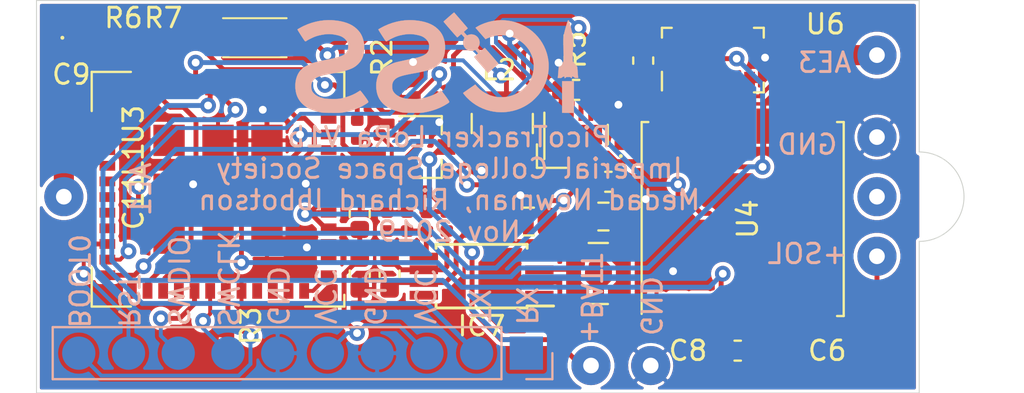
<source format=kicad_pcb>
(kicad_pcb (version 20171130) (host pcbnew "(5.1.2)-1")
  (title_block (title "PCB for Lora Pico Tracker") (date 2019-10-21) (company "Imperial College Space Society") (comment 1 "Richard Ibbotson, Medad Newman"))
  (layers (0 F.Cu signal) (31 B.Cu signal hide) (34 B.Paste user hide) (35 F.Paste user hide) (36 B.SilkS user) (37 F.SilkS user) (38 B.Mask user hide) (39 F.Mask user hide) (44 Edge.Cuts user))
  (net 0 "")
  (net 1 GND)
  (net 2 "Net-(C9-Pad1)")
  (net 3 /I2C1_SDA)
  (net 4 /I2C1_SCL)
  (net 5 /RESET)
  (net 6 "Net-(AE1-Pad1)")
  (net 7 "Net-(D1-Pad2)")
  (net 8 /LED)
  (net 9 /SWITCH)
  (net 10 +SOL)
  (net 11 "Net-(AE3-Pad1)")
  (net 12 +BATT)
  (net 13 "Net-(C4-Pad1)")
  (net 14 VCC)
  (net 15 "Net-(C15-Pad2)")
  (net 16 "Net-(C15-Pad1)")
  (net 17 "Net-(C16-Pad1)")
  (net 18 "Net-(C17-Pad2)")
  (net 19 /GPS_TIMEPULSE)
  (net 20 "Net-(IC7-Pad3)")
  (net 21 /SENSOR_EN)
  (net 22 /SWDIO)
  (net 23 "Net-(L2-Pad2)")
  (net 24 /SWCLK)
  (net 25 /BATT_PWR_MEASURE)
  (net 26 "Net-(C13-Pad1)")
  (net 27 /SOLAR_VOLTS)
  (net 28 /BATT_VOLTS)
  (net 29 /TCXO_EN)
  (net 30 SENSOR_VCC)
  (net 31 /BOOT0)
  (net 32 /USART1_TX)
  (net 33 /USART1_RX)
  (net 34 "Net-(Q1-Pad2)")
  (module Package_TO_SOT_SMD:SOT-23 (layer F.Cu) (at 286.639 167.513)
    (fp_text reference Q1 hide)
    (fp_text value Q_PMOS_GSD)
    (pad 3 smd rect (at 1 0) (size 0.9 0.8) (layers F.Cu F.Paste F.Mask) (net 12 +BATT))
    (pad 2 smd rect (at -1 0.95) (size 0.9 0.8) (layers F.Cu F.Paste F.Mask) (net 34 "Net-(Q1-Pad2)"))
    (pad 1 smd rect (at -1 -0.95) (size 0.9 0.8) (layers F.Cu F.Paste F.Mask) (net 26 "Net-(C13-Pad1)"))
  )
  (module pico_tracker:10Pad (layer B.Cu) (at 291.719 178.054 90)
    (fp_text reference J1 hide)
    (fp_text value Conn_01x10)
    (pad 10 smd oval (at 0 -22.86 90) (size 1.7 1.7) (layers B.Cu B.Paste B.Mask) (net 31 /BOOT0))
    (pad 9 smd oval (at 0 -20.32 90) (size 1.7 1.7) (layers B.Cu B.Paste B.Mask) (net 5 /RESET))
    (pad 8 smd oval (at 0 -17.78 90) (size 1.7 1.7) (layers B.Cu B.Paste B.Mask) (net 22 /SWDIO))
    (pad 7 smd oval (at 0 -15.24 90) (size 1.7 1.7) (layers B.Cu B.Paste B.Mask) (net 24 /SWCLK))
    (pad 6 smd oval (at 0 -12.7 90) (size 1.7 1.7) (layers B.Cu B.Paste B.Mask) (net 1 GND))
    (pad 5 smd oval (at 0 -10.16 90) (size 1.7 1.7) (layers B.Cu B.Paste B.Mask) (net 14 VCC))
    (pad 4 smd oval (at 0 -7.62 90) (size 1.7 1.7) (layers B.Cu B.Paste B.Mask) (net 1 GND))
    (pad 3 smd oval (at 0 -5.08 90) (size 1.7 1.7) (layers B.Cu B.Paste B.Mask) (net 14 VCC))
    (pad 2 smd oval (at 0 -2.54 90) (size 1.7 1.7) (layers B.Cu B.Paste B.Mask) (net 32 /USART1_TX))
    (pad 1 smd rect (at 0 0 90) (size 1.7 1.7) (layers B.Cu B.Paste B.Mask) (net 33 /USART1_RX))
  )
  (module Resistor_SMD:R_0402_1005Metric (layer F.Cu) (at 284.584 164.973)
    (fp_text reference R15 hide)
    (fp_text value 100K)
    (pad 2 smd roundrect (at 0.485 0) (size 0.59 0.64) (layers F.Cu F.Paste F.Mask) (net 28 /BATT_VOLTS))
    (pad 1 smd roundrect (at -0.485 0) (size 0.59 0.64) (layers F.Cu F.Paste F.Mask) (net 34 "Net-(Q1-Pad2)"))
  )
  (module Resistor_SMD:R_0402_1005Metric (layer F.Cu) (at 286.512 164.973)
    (fp_text reference R16 hide)
    (fp_text value 100K)
    (pad 2 smd roundrect (at 0.485 0) (size 0.59 0.64) (layers F.Cu F.Paste F.Mask) (net 1 GND))
    (pad 1 smd roundrect (at -0.485 0) (size 0.59 0.64) (layers F.Cu F.Paste F.Mask) (net 28 /BATT_VOLTS))
  )
  (module flight-computer:L_Coilcraft_LPS3015 (layer F.Cu) (at 295.402 173.99)
    (fp_text reference L3 hide)
    (fp_text value 10uH)
    (pad 2 smd rect (at 0.78994 0.72898 135) (size 0.3 0.58) (layers F.Cu F.Paste F.Mask) (net 10 +SOL))
    (pad 2 smd rect (at 1.397 1.27 135.7) (size 0.36 0.36) (layers F.Cu F.Paste F.Mask) (net 10 +SOL))
    (pad 2 smd rect (at 0.94 1.175) (size 0.91 0.7) (layers F.Cu F.Paste F.Mask) (net 10 +SOL))
    (pad 2 smd rect (at 1.397 -1.27 225) (size 0.36 0.36) (layers F.Cu F.Paste F.Mask) (net 10 +SOL))
    (pad 2 smd rect (at 0.78994 -0.7239 225) (size 0.3 0.58) (layers F.Cu F.Paste F.Mask) (net 10 +SOL))
    (pad 2 smd rect (at 0.94 -1.175) (size 0.91 0.7) (layers F.Cu F.Paste F.Mask) (net 10 +SOL))
    (pad 2 smd rect (at 1.27 0) (size 0.76 2.54) (layers F.Cu F.Paste F.Mask) (net 10 +SOL))
    (pad 1 smd rect (at -0.79248 0.7239 225) (size 0.3 0.58) (layers F.Cu F.Paste F.Mask) (net 20 "Net-(IC7-Pad3)"))
    (pad 1 smd rect (at -0.94 1.175) (size 0.91 0.7) (layers F.Cu F.Paste F.Mask) (net 20 "Net-(IC7-Pad3)"))
    (pad 1 smd rect (at -1.397 1.27 225.5) (size 0.36 0.36) (layers F.Cu F.Paste F.Mask) (net 20 "Net-(IC7-Pad3)"))
    (pad 1 smd rect (at -1.397 -1.27 135) (size 0.36 0.36) (layers F.Cu F.Paste F.Mask) (net 20 "Net-(IC7-Pad3)"))
    (pad 1 smd rect (at -0.79248 -0.72644 135) (size 0.3 0.58) (layers F.Cu F.Paste F.Mask) (net 20 "Net-(IC7-Pad3)"))
    (pad 1 smd rect (at -0.94 -1.175) (size 0.91 0.7) (layers F.Cu F.Paste F.Mask) (net 20 "Net-(IC7-Pad3)"))
    (pad 1 smd rect (at -1.27 0) (size 0.76 2.54) (layers F.Cu F.Paste F.Mask) (net 20 "Net-(IC7-Pad3)"))
  )
  (module flight-computer:L_Coilcraft_LPS3015 (layer F.Cu) (at 290.481 166.319 270)
    (fp_text reference L2 (at -2.743 0.159 180) (layer F.SilkS))
    (fp_text value 2.2uH)
    (pad 2 smd rect (at 0.78994 0.72898 45) (size 0.3 0.58) (layers F.Cu F.Paste F.Mask) (net 23 "Net-(L2-Pad2)"))
    (pad 2 smd rect (at 1.397 1.27 45.7) (size 0.36 0.36) (layers F.Cu F.Paste F.Mask) (net 23 "Net-(L2-Pad2)"))
    (pad 2 smd rect (at 0.94 1.175 270) (size 0.91 0.7) (layers F.Cu F.Paste F.Mask) (net 23 "Net-(L2-Pad2)"))
    (pad 2 smd rect (at 1.397 -1.27 135) (size 0.36 0.36) (layers F.Cu F.Paste F.Mask) (net 23 "Net-(L2-Pad2)"))
    (pad 2 smd rect (at 0.78994 -0.7239 135) (size 0.3 0.58) (layers F.Cu F.Paste F.Mask) (net 23 "Net-(L2-Pad2)"))
    (pad 2 smd rect (at 0.94 -1.175 270) (size 0.91 0.7) (layers F.Cu F.Paste F.Mask) (net 23 "Net-(L2-Pad2)"))
    (pad 2 smd rect (at 1.27 0 270) (size 0.76 2.54) (layers F.Cu F.Paste F.Mask) (net 23 "Net-(L2-Pad2)"))
    (pad 1 smd rect (at -0.79248 0.7239 135) (size 0.3 0.58) (layers F.Cu F.Paste F.Mask) (net 14 VCC))
    (pad 1 smd rect (at -0.94 1.175 270) (size 0.91 0.7) (layers F.Cu F.Paste F.Mask) (net 14 VCC))
    (pad 1 smd rect (at -1.397 1.27 135.5) (size 0.36 0.36) (layers F.Cu F.Paste F.Mask) (net 14 VCC))
    (pad 1 smd rect (at -1.397 -1.27 45) (size 0.36 0.36) (layers F.Cu F.Paste F.Mask) (net 14 VCC))
    (pad 1 smd rect (at -0.79248 -0.72644 45) (size 0.3 0.58) (layers F.Cu F.Paste F.Mask) (net 14 VCC))
    (pad 1 smd rect (at -0.94 -1.175 270) (size 0.91 0.7) (layers F.Cu F.Paste F.Mask) (net 14 VCC))
    (pad 1 smd rect (at -1.27 0 270) (size 0.76 2.54) (layers F.Cu F.Paste F.Mask) (net 14 VCC))
  )
  (module Resistor_SMD:R_0402_1005Metric (layer F.Cu) (at 295.402 162.537 90)
    (fp_text reference R5 (at 0 -1.17 90) (layer F.SilkS))
    (fp_text value 4.7K)
    (pad 2 smd roundrect (at 0.485 0 90) (size 0.59 0.64) (layers F.Cu F.Paste F.Mask) (net 4 /I2C1_SCL))
    (pad 1 smd roundrect (at -0.485 0 90) (size 0.59 0.64) (layers F.Cu F.Paste F.Mask) (net 30 SENSOR_VCC))
  )
  (module Resistor_SMD:R_0402_1005Metric (layer F.Cu) (at 296.418 162.56 90)
    (fp_text reference R4 hide)
    (fp_text value 4.7K)
    (pad 2 smd roundrect (at 0.485 0 90) (size 0.59 0.64) (layers F.Cu F.Paste F.Mask) (net 3 /I2C1_SDA))
    (pad 1 smd roundrect (at -0.485 0 90) (size 0.59 0.64) (layers F.Cu F.Paste F.Mask) (net 30 SENSOR_VCC))
  )
  (module Capacitor_SMD:C_0402_1005Metric (layer F.Cu) (at 284.226 167.386 270)
    (fp_text reference C13 hide)
    (fp_text value 100nF)
    (pad 2 smd roundrect (at 0.485 0 270) (size 0.59 0.64) (layers F.Cu F.Paste F.Mask) (net 25 /BATT_PWR_MEASURE))
    (pad 1 smd roundrect (at -0.485 0 270) (size 0.59 0.64) (layers F.Cu F.Paste F.Mask) (net 26 "Net-(C13-Pad1)"))
  )
  (module Capacitor_SMD:C_0603_1608Metric (layer F.Cu) (at 283.21 170.942 90)
    (fp_text reference C7)
    (fp_text value 1uF)
    (pad 1 smd roundrect (at -0.7875 0 90) (size 0.875 0.95) (layers F.Cu F.Paste F.Mask) (net 14 VCC))
    (pad 2 smd roundrect (at 0.7875 0 90) (size 0.875 0.95) (layers F.Cu F.Paste F.Mask) (net 1 GND))
  )
  (module Capacitor_SMD:C_0402_1005Metric (layer F.Cu) (at 283.464 168.91)
    (fp_text reference C5)
    (fp_text value 100nF)
    (pad 1 smd roundrect (at -0.485 0) (size 0.59 0.64) (layers F.Cu F.Paste F.Mask) (net 14 VCC))
    (pad 2 smd roundrect (at 0.485 0) (size 0.59 0.64) (layers F.Cu F.Paste F.Mask) (net 1 GND))
  )
  (module flight-computer:EVPAWCD4A (layer F.Cu) (at 277.375 161.925 180)
    (fp_text reference SW1 hide)
    (fp_text value SW_Push hide)
    (pad 2 smd rect (at -2.1 0 180) (size 0.55 1.5) (layers F.Cu F.Paste F.Mask) (net 14 VCC))
    (pad 1 smd rect (at 1.15 0 180) (size 0.55 1.5) (layers F.Cu F.Paste F.Mask) (net 9 /SWITCH))
  )
  (module Connector_Wire:SolderWirePad_1x01_Drill0.8mm (layer B.Cu) (at 309.626 173.101)
    (fp_text reference J3 hide)
    (fp_text value +SOL)
    (pad 1 thru_hole circle (at 0 0) (size 1.99898 1.99898) (drill 0.8001) (layers *.Cu *.Mask) (net 10 +SOL))
  )
  (module Resistor_SMD:R_0402_1005Metric (layer F.Cu) (at 282.956 163.068 270)
    (fp_text reference R2 (at -0.127 -1.397 90) (layer F.SilkS))
    (fp_text value 100K)
    (pad 2 smd roundrect (at 0.485 0 270) (size 0.59 0.64) (layers F.Cu F.Paste F.Mask) (net 27 /SOLAR_VOLTS))
    (pad 1 smd roundrect (at -0.485 0 270) (size 0.59 0.64) (layers F.Cu F.Paste F.Mask) (net 10 +SOL))
  )
  (module Resistor_SMD:R_0402_1005Metric (layer F.Cu) (at 271.145 161.925)
    (fp_text reference R6 (at 0 -1.016) (layer F.SilkS))
    (fp_text value 1K)
    (pad 2 smd roundrect (at 0.485 0) (size 0.59 0.64) (layers F.Cu F.Paste F.Mask) (net 8 /LED))
    (pad 1 smd roundrect (at -0.485 0) (size 0.59 0.64) (layers F.Cu F.Paste F.Mask) (net 7 "Net-(D1-Pad2)"))
  )
  (module LED_SMD:LED_0402_1005Metric (layer F.Cu) (at 269.113 161.925)
    (fp_text reference D1 hide)
    (fp_text value LED)
    (pad 2 smd roundrect (at 0.485 0) (size 0.59 0.64) (layers F.Cu F.Paste F.Mask) (net 7 "Net-(D1-Pad2)"))
    (pad 1 smd roundrect (at -0.485 0) (size 0.59 0.64) (layers F.Cu F.Paste F.Mask) (net 1 GND))
  )
  (module Resistor_SMD:R_0402_1005Metric (layer F.Cu) (at 283.083 166.624 270)
    (fp_text reference R9 hide)
    (fp_text value 100K)
    (pad 2 smd roundrect (at 0.485 0 270) (size 0.59 0.64) (layers F.Cu F.Paste F.Mask) (net 1 GND))
    (pad 1 smd roundrect (at -0.485 0 270) (size 0.59 0.64) (layers F.Cu F.Paste F.Mask) (net 27 /SOLAR_VOLTS))
  )
  (module Capacitor_SMD:C_0402_1005Metric (layer F.Cu) (at 305.077 177.673)
    (fp_text reference C6 (at 2.009 0.254) (layer F.SilkS))
    (fp_text value 100nF)
    (pad 2 smd roundrect (at 0.485 0) (size 0.59 0.64) (layers F.Cu F.Paste F.Mask) (net 1 GND))
    (pad 1 smd roundrect (at -0.485 0) (size 0.59 0.64) (layers F.Cu F.Paste F.Mask) (net 30 SENSOR_VCC))
  )
  (module flight-computer:ICSS_Logo (layer B.Cu) (at 287.147 163.195 180)
    (fp_text reference J6 hide)
    (fp_text value "ICSS LOGO" hide)
  )
  (module Resistor_SMD:R_0402_1005Metric (layer F.Cu) (at 286.131 169.799 180)
    (fp_text reference R1 hide)
    (fp_text value 10K)
    (pad 2 smd roundrect (at 0.485 0 180) (size 0.59 0.64) (layers F.Cu F.Paste F.Mask) (net 26 "Net-(C13-Pad1)"))
    (pad 1 smd roundrect (at -0.485 0 180) (size 0.59 0.64) (layers F.Cu F.Paste F.Mask) (net 12 +BATT))
  )
  (module Diode_SMD:D_0402_1005Metric (layer F.Cu) (at 296.545 166.885 90)
    (fp_text reference D2 hide)
    (fp_text value D_Schottky)
    (pad 2 smd roundrect (at 0.485 0 90) (size 0.59 0.64) (layers F.Cu F.Paste F.Mask) (net 1 GND))
    (pad 1 smd roundrect (at -0.485 0 90) (size 0.59 0.64) (layers F.Cu F.Paste F.Mask) (net 12 +BATT))
  )
  (module Capacitor_SMD:C_0805_2012Metric (layer F.Cu) (at 291.846 171.323)
    (fp_text reference C17 hide)
    (fp_text value 22uF)
    (pad 2 smd roundrect (at 0.9375 0) (size 0.975 1.4) (layers F.Cu F.Paste F.Mask) (net 18 "Net-(C17-Pad2)"))
    (pad 1 smd roundrect (at -0.9375 0) (size 0.975 1.4) (layers F.Cu F.Paste F.Mask) (net 1 GND))
  )
  (module RF_GPS:ublox_MAX (layer F.Cu) (at 302.768 171.196 90)
    (fp_text reference U4 (at 0 0.254 90) (layer F.SilkS))
    (fp_text value MAX-M8C)
    (pad 18 smd rect (at 4.75 -4.4 90) (size 1.8 0.7) (layers F.Cu F.Paste F.Mask))
    (pad 17 smd rect (at 4.75 -3.3 90) (size 1.8 0.8) (layers F.Cu F.Paste F.Mask) (net 4 /I2C1_SCL))
    (pad 16 smd rect (at 4.75 -2.2 90) (size 1.8 0.8) (layers F.Cu F.Paste F.Mask) (net 3 /I2C1_SDA))
    (pad 15 smd rect (at 4.75 -1.1 90) (size 1.8 0.8) (layers F.Cu F.Paste F.Mask))
    (pad 14 smd rect (at 4.75 0 90) (size 1.8 0.8) (layers F.Cu F.Paste F.Mask))
    (pad 13 smd rect (at 4.75 1.1 90) (size 1.8 0.8) (layers F.Cu F.Paste F.Mask) (net 1 GND))
    (pad 12 smd rect (at 4.75 2.2 90) (size 1.8 0.8) (layers F.Cu F.Paste F.Mask) (net 1 GND))
    (pad 11 smd rect (at 4.75 3.3 90) (size 1.8 0.8) (layers F.Cu F.Paste F.Mask) (net 11 "Net-(AE3-Pad1)"))
    (pad 10 smd rect (at 4.75 4.4 90) (size 1.8 0.7) (layers F.Cu F.Paste F.Mask) (net 1 GND))
    (pad 9 smd rect (at -4.75 4.4 90) (size 1.8 0.7) (layers F.Cu F.Paste F.Mask) (net 30 SENSOR_VCC))
    (pad 8 smd rect (at -4.75 3.3 90) (size 1.8 0.8) (layers F.Cu F.Paste F.Mask) (net 30 SENSOR_VCC))
    (pad 7 smd rect (at -4.75 2.2 90) (size 1.8 0.8) (layers F.Cu F.Paste F.Mask) (net 30 SENSOR_VCC))
    (pad 6 smd rect (at -4.75 1.1 90) (size 1.8 0.8) (layers F.Cu F.Paste F.Mask))
    (pad 5 smd rect (at -4.75 0 90) (size 1.8 0.8) (layers F.Cu F.Paste F.Mask))
    (pad 4 smd rect (at -4.75 -1.1 90) (size 1.8 0.8) (layers F.Cu F.Paste F.Mask) (net 19 /GPS_TIMEPULSE))
    (pad 3 smd rect (at -4.75 -2.2 90) (size 1.8 0.8) (layers F.Cu F.Paste F.Mask))
    (pad 2 smd rect (at -4.75 -3.3 90) (size 1.8 0.8) (layers F.Cu F.Paste F.Mask))
    (pad 1 smd rect (at -4.75 -4.4 90) (size 1.8 0.7) (layers F.Cu F.Paste F.Mask) (net 1 GND))
  )
  (module Package_SON:WSON-12-1EP_3x2mm_P0.5mm_EP1x2.65 (layer F.Cu) (at 294.259 166.878 90)
    (fp_text reference U2 hide)
    (fp_text value TPS62740)
    (pad 13 smd rect (at 0 0 90) (size 1 2.65) (layers F.Cu F.Mask))
    (pad 12 smd rect (at 0.95 -1.25 90) (size 0.5 0.25) (layers F.Cu F.Paste F.Mask) (net 12 +BATT))
    (pad 11 smd rect (at 0.95 -0.75 90) (size 0.5 0.25) (layers F.Cu F.Paste F.Mask) (net 1 GND))
    (pad 10 smd rect (at 0.95 -0.25 90) (size 0.5 0.25) (layers F.Cu F.Paste F.Mask) (net 1 GND))
    (pad 9 smd rect (at 0.95 0.25 90) (size 0.5 0.25) (layers F.Cu F.Paste F.Mask) (net 12 +BATT))
    (pad 8 smd rect (at 0.95 0.75 90) (size 0.5 0.25) (layers F.Cu F.Paste F.Mask) (net 12 +BATT))
    (pad 7 smd rect (at 0.95 1.25 90) (size 0.5 0.25) (layers F.Cu F.Paste F.Mask))
    (pad 6 smd rect (at -0.95 1.25 90) (size 0.5 0.25) (layers F.Cu F.Paste F.Mask) (net 30 SENSOR_VCC))
    (pad 5 smd rect (at -0.95 0.75 90) (size 0.5 0.25) (layers F.Cu F.Paste F.Mask) (net 14 VCC))
    (pad 4 smd rect (at -0.95 0.25 90) (size 0.5 0.25) (layers F.Cu F.Paste F.Mask) (net 21 /SENSOR_EN))
    (pad 3 smd rect (at -0.95 -0.25 90) (size 0.5 0.25) (layers F.Cu F.Paste F.Mask) (net 1 GND))
    (pad 2 smd rect (at -0.95 -0.75 90) (size 0.5 0.25) (layers F.Cu F.Paste F.Mask) (net 23 "Net-(L2-Pad2)"))
    (pad 1 smd rect (at -0.95 -1.25 90) (size 0.5 0.25) (layers F.Cu F.Paste F.Mask) (net 12 +BATT))
  )
  (module Connector_Wire:SolderWirePad_1x01_Drill0.8mm (layer B.Cu) (at 309.626 170.053)
    (fp_text reference SolarCellMount1 hide)
    (fp_text value Unconnected)
    (pad 1 thru_hole circle (at 0 0) (size 1.99898 1.99898) (drill 0.8001) (layers *.Cu *.Mask))
  )
  (module Resistor_SMD:R_0402_1005Metric (layer F.Cu) (at 284.607 171.323 270)
    (fp_text reference R14 hide)
    (fp_text value 5.1M)
    (pad 2 smd roundrect (at 0.485 0 270) (size 0.59 0.64) (layers F.Cu F.Paste F.Mask) (net 17 "Net-(C16-Pad1)"))
    (pad 1 smd roundrect (at -0.485 0 270) (size 0.59 0.64) (layers F.Cu F.Paste F.Mask) (net 1 GND))
  )
  (module Resistor_SMD:R_0402_1005Metric (layer F.Cu) (at 286.639 171.346 90)
    (fp_text reference R13 hide)
    (fp_text value 10M)
    (pad 2 smd roundrect (at 0.485 0 90) (size 0.59 0.64) (layers F.Cu F.Paste F.Mask) (net 12 +BATT))
    (pad 1 smd roundrect (at -0.485 0 90) (size 0.59 0.64) (layers F.Cu F.Paste F.Mask) (net 17 "Net-(C16-Pad1)"))
  )
  (module Resistor_SMD:R_0402_1005Metric (layer F.Cu) (at 289.156 170.815 180)
    (fp_text reference R12 hide)
    (fp_text value 1Ohm)
    (pad 2 smd roundrect (at 0.485 0 180) (size 0.59 0.64) (layers F.Cu F.Paste F.Mask) (net 12 +BATT))
    (pad 1 smd roundrect (at -0.485 0 180) (size 0.59 0.64) (layers F.Cu F.Paste F.Mask) (net 18 "Net-(C17-Pad2)"))
  )
  (module Resistor_SMD:R_0402_1005Metric (layer F.Cu) (at 287.655 171.323 270)
    (fp_text reference R11 hide)
    (fp_text value 1K)
    (pad 2 smd roundrect (at 0.485 0 270) (size 0.59 0.64) (layers F.Cu F.Paste F.Mask) (net 15 "Net-(C15-Pad2)"))
    (pad 1 smd roundrect (at -0.485 0 270) (size 0.59 0.64) (layers F.Cu F.Paste F.Mask) (net 12 +BATT))
  )
  (module Resistor_SMD:R_0402_1005Metric (layer F.Cu) (at 289.179 171.831 180)
    (fp_text reference R10 hide)
    (fp_text value 1K)
    (pad 2 smd roundrect (at 0.485 0 180) (size 0.59 0.64) (layers F.Cu F.Paste F.Mask) (net 16 "Net-(C15-Pad1)"))
    (pad 1 smd roundrect (at -0.485 0 180) (size 0.59 0.64) (layers F.Cu F.Paste F.Mask) (net 18 "Net-(C17-Pad2)"))
  )
  (module Resistor_SMD:R_0402_1005Metric (layer F.Cu) (at 294.767 176.53 180)
    (fp_text reference R8 hide)
    (fp_text value 1K)
    (pad 2 smd roundrect (at 0.485 0 180) (size 0.59 0.64) (layers F.Cu F.Paste F.Mask) (net 13 "Net-(C4-Pad1)"))
    (pad 1 smd roundrect (at -0.485 0 180) (size 0.59 0.64) (layers F.Cu F.Paste F.Mask) (net 10 +SOL))
  )
  (module Resistor_SMD:R_0402_1005Metric (layer F.Cu) (at 276.479 176.657 270)
    (fp_text reference R3 (at 0 -1.17 90) (layer F.SilkS))
    (fp_text value 10K)
    (pad 2 smd roundrect (at 0.485 0 270) (size 0.59 0.64) (layers F.Cu F.Paste F.Mask) (net 1 GND))
    (pad 1 smd roundrect (at -0.485 0 270) (size 0.59 0.64) (layers F.Cu F.Paste F.Mask) (net 31 /BOOT0))
  )
  (module Capacitor_SMD:C_0402_1005Metric (layer F.Cu) (at 267.97 166.497 90)
    (fp_text reference L1 (at -1.651 3.683 90) (layer F.SilkS))
    (fp_text value NF)
    (pad 2 smd roundrect (at 0.485 0 90) (size 0.59 0.64) (layers F.Cu F.Paste F.Mask) (net 2 "Net-(C9-Pad1)"))
    (pad 1 smd roundrect (at -0.485 0 90) (size 0.59 0.64) (layers F.Cu F.Paste F.Mask) (net 6 "Net-(AE1-Pad1)"))
  )
  (module Connector_Wire:SolderWirePad_1x01_Drill0.8mm (layer B.Cu) (at 298.069 178.689 90)
    (fp_text reference J5 hide)
    (fp_text value BATT_GND)
    (pad 1 thru_hole circle (at 0 0 90) (size 1.99898 1.99898) (drill 0.8001) (layers *.Cu *.Mask) (net 1 GND))
  )
  (module Connector_Wire:SolderWirePad_1x01_Drill0.8mm (layer B.Cu) (at 295.021 178.689 90)
    (fp_text reference J4 hide)
    (fp_text value BATT_V+)
    (pad 1 thru_hole circle (at 0 0 90) (size 1.99898 1.99898) (drill 0.8001) (layers *.Cu *.Mask) (net 12 +BATT))
  )
  (module Capacitor_SMD:C_0402_1005Metric (layer F.Cu) (at 285.623 171.323 90)
    (fp_text reference C16 hide)
    (fp_text value 1nF)
    (pad 2 smd roundrect (at 0.485 0 90) (size 0.59 0.64) (layers F.Cu F.Paste F.Mask) (net 1 GND))
    (pad 1 smd roundrect (at -0.485 0 90) (size 0.59 0.64) (layers F.Cu F.Paste F.Mask) (net 17 "Net-(C16-Pad1)"))
  )
  (module Capacitor_SMD:C_0603_1608Metric (layer F.Cu) (at 284.734 173.99 90)
    (fp_text reference C15 hide)
    (fp_text value 1uF)
    (pad 2 smd roundrect (at 0.7875 0 90) (size 0.875 0.95) (layers F.Cu F.Paste F.Mask) (net 15 "Net-(C15-Pad2)"))
    (pad 1 smd roundrect (at -0.7875 0 90) (size 0.875 0.95) (layers F.Cu F.Paste F.Mask) (net 16 "Net-(C15-Pad1)"))
  )
  (module Capacitor_SMD:C_0603_1608Metric (layer F.Cu) (at 297.688 163.0935 90)
    (fp_text reference C14 hide)
    (fp_text value 220nF)
    (pad 2 smd roundrect (at 0.7875 0 90) (size 0.875 0.95) (layers F.Cu F.Paste F.Mask) (net 1 GND))
    (pad 1 smd roundrect (at -0.7875 0 90) (size 0.875 0.95) (layers F.Cu F.Paste F.Mask) (net 30 SENSOR_VCC))
  )
  (module Capacitor_SMD:C_0603_1608Metric (layer F.Cu) (at 295.91 169.291)
    (fp_text reference C12 hide)
    (fp_text value 10uF)
    (pad 2 smd roundrect (at 0.7875 0) (size 0.875 0.95) (layers F.Cu F.Paste F.Mask) (net 1 GND))
    (pad 1 smd roundrect (at -0.7875 0) (size 0.875 0.95) (layers F.Cu F.Paste F.Mask) (net 14 VCC))
  )
  (module Capacitor_SMD:C_0402_1005Metric (layer F.Cu) (at 268.478 168.021)
    (fp_text reference C11 (at 3.175 2.286 90) (layer F.SilkS))
    (fp_text value NF)
    (pad 2 smd roundrect (at 0.485 0) (size 0.59 0.64) (layers F.Cu F.Paste F.Mask) (net 1 GND))
    (pad 1 smd roundrect (at -0.485 0) (size 0.59 0.64) (layers F.Cu F.Paste F.Mask) (net 6 "Net-(AE1-Pad1)"))
  )
  (module Capacitor_SMD:C_0402_1005Metric (layer F.Cu) (at 268.478 164.973)
    (fp_text reference C9 (at 0 -1.17) (layer F.SilkS))
    (fp_text value NF)
    (pad 2 smd roundrect (at 0.485 0) (size 0.59 0.64) (layers F.Cu F.Paste F.Mask) (net 1 GND))
    (pad 1 smd roundrect (at -0.485 0) (size 0.59 0.64) (layers F.Cu F.Paste F.Mask) (net 2 "Net-(C9-Pad1)"))
  )
  (module Capacitor_SMD:C_0603_1608Metric (layer F.Cu) (at 302.514 177.927 180)
    (fp_text reference C8 (at 2.54 0) (layer F.SilkS))
    (fp_text value 10uF)
    (pad 2 smd roundrect (at 0.7875 0 180) (size 0.875 0.95) (layers F.Cu F.Paste F.Mask) (net 1 GND))
    (pad 1 smd roundrect (at -0.7875 0 180) (size 0.875 0.95) (layers F.Cu F.Paste F.Mask) (net 30 SENSOR_VCC))
  )
  (module Capacitor_SMD:C_0402_1005Metric (layer F.Cu) (at 292.608 176.53 180)
    (fp_text reference C4 hide)
    (fp_text value 1nF)
    (pad 2 smd roundrect (at 0.485 0 180) (size 0.59 0.64) (layers F.Cu F.Paste F.Mask) (net 1 GND))
    (pad 1 smd roundrect (at -0.485 0 180) (size 0.59 0.64) (layers F.Cu F.Paste F.Mask) (net 13 "Net-(C4-Pad1)"))
  )
  (module Capacitor_SMD:C_0805_2012Metric (layer F.Cu) (at 295.656 171.069 180)
    (fp_text reference C3 hide)
    (fp_text value 4.7uF)
    (pad 2 smd roundrect (at 0.9375 0 180) (size 0.975 1.4) (layers F.Cu F.Paste F.Mask) (net 1 GND))
    (pad 1 smd roundrect (at -0.9375 0 180) (size 0.975 1.4) (layers F.Cu F.Paste F.Mask) (net 10 +SOL))
  )
  (module Capacitor_SMD:C_0603_1608Metric (layer F.Cu) (at 294.259 164.592 180)
    (fp_text reference C2 hide)
    (fp_text value 10uF)
    (pad 2 smd roundrect (at 0.7875 0 180) (size 0.875 0.95) (layers F.Cu F.Paste F.Mask) (net 1 GND))
    (pad 1 smd roundrect (at -0.7875 0 180) (size 0.875 0.95) (layers F.Cu F.Paste F.Mask) (net 12 +BATT))
  )
  (module Connector_Wire:SolderWirePad_1x01_Drill0.8mm (layer B.Cu) (at 309.626 162.814)
    (fp_text reference AE3 (at -2.667 0.381) (layer B.SilkS) (effects (justify mirror)))
    (fp_text value "GPS Antenna")
    (pad 1 thru_hole circle (at 0 0) (size 1.99898 1.99898) (drill 0.8001) (layers *.Cu *.Mask) (net 11 "Net-(AE3-Pad1)"))
  )
  (module Package_SO:TSSOP-8_4.4x3mm_P0.65mm (layer F.Cu) (at 289.433 174.117 180)
    (fp_text reference IC7 (at 0 -2.55) (layer F.SilkS))
    (fp_text value SPV1040)
    (pad 8 smd rect (at 2.95 -0.975 180) (size 1.45 0.45) (layers F.Cu F.Paste F.Mask))
    (pad 7 smd rect (at 2.95 -0.325 180) (size 1.45 0.45) (layers F.Cu F.Paste F.Mask) (net 16 "Net-(C15-Pad1)"))
    (pad 6 smd rect (at 2.95 0.325 180) (size 1.45 0.45) (layers F.Cu F.Paste F.Mask) (net 15 "Net-(C15-Pad2)"))
    (pad 5 smd rect (at 2.95 0.975 180) (size 1.45 0.45) (layers F.Cu F.Paste F.Mask) (net 17 "Net-(C16-Pad1)"))
    (pad 4 smd rect (at -2.95 0.975 180) (size 1.45 0.45) (layers F.Cu F.Paste F.Mask) (net 18 "Net-(C17-Pad2)"))
    (pad 3 smd rect (at -2.95 0.325 180) (size 1.45 0.45) (layers F.Cu F.Paste F.Mask) (net 20 "Net-(IC7-Pad3)"))
    (pad 2 smd rect (at -2.95 -0.325 180) (size 1.45 0.45) (layers F.Cu F.Paste F.Mask) (net 1 GND))
    (pad 1 smd rect (at -2.95 -0.975 180) (size 1.45 0.45) (layers F.Cu F.Paste F.Mask) (net 13 "Net-(C4-Pad1)"))
  )
  (module flight-computer:SolderWirePad_1x01_Drill0.8mm (layer F.Cu) (at 312.674 170.053)
    (fp_text reference StringHole1 hide)
    (fp_text value Unconnected)
    (pad "" np_thru_hole circle (at 0 0) (size 0.8 0.8) (drill 0.8) (layers *.Cu *.Mask))
  )
  (module Connector_Wire:SolderWirePad_1x01_Drill0.8mm (layer F.Cu) (at 266.319 169.164)
    (fp_text reference AE1 (at 5.715 0.508 90) (layer B.SilkS) (effects (justify mirror)))
    (fp_text value "Lora Antenna")
    (pad 1 thru_hole circle (at 1.778 0.889) (size 1.99898 1.99898) (drill 0.8001) (layers *.Cu *.Mask) (net 6 "Net-(AE1-Pad1)"))
  )
  (module Resistor_SMD:R_0402_1005Metric (layer F.Cu) (at 273.177 161.925 180)
    (fp_text reference R7 (at 0 1.016) (layer F.SilkS))
    (fp_text value 100K)
    (pad 2 smd roundrect (at 0.485 0 180) (size 0.59 0.64) (layers F.Cu F.Paste F.Mask) (net 1 GND))
    (pad 1 smd roundrect (at -0.485 0 180) (size 0.59 0.64) (layers F.Cu F.Paste F.Mask) (net 9 /SWITCH))
  )
  (module RF_Module:CMWX1ZZABZ (layer F.Cu) (at 275.971 169.672 180)
    (fp_text reference U3 (at 4.318 3.302 90) (layer F.SilkS))
    (fp_text value CMWX1ZZABZ-078)
    (pad 38 smd rect (at 3.6 -5.2 270) (size 0.8 0.5) (layers F.Cu F.Paste F.Mask) (net 21 /SENSOR_EN))
    (pad 26 smd rect (at 5.65 3.6 180) (size 0.8 0.5) (layers F.Cu F.Paste F.Mask) (net 2 "Net-(C9-Pad1)"))
    (pad 25 smd rect (at 5.65 4.4 180) (size 0.8 0.5) (layers F.Cu F.Paste F.Mask) (net 1 GND))
    (pad 24 smd rect (at 4.4 5.2 90) (size 0.8 0.5) (layers F.Cu F.Paste F.Mask) (net 8 /LED))
    (pad 23 smd rect (at 3.6 5.2 90) (size 0.8 0.5) (layers F.Cu F.Paste F.Mask) (net 9 /SWITCH))
    (pad 22 smd rect (at 2.8 5.2 90) (size 0.8 0.5) (layers F.Cu F.Paste F.Mask) (net 28 /BATT_VOLTS))
    (pad 21 smd rect (at 2 5.2 90) (size 0.8 0.5) (layers F.Cu F.Paste F.Mask) (net 27 /SOLAR_VOLTS))
    (pad 20 smd rect (at 1.2 5.2 90) (size 0.8 0.5) (layers F.Cu F.Paste F.Mask) (net 25 /BATT_PWR_MEASURE))
    (pad 19 smd rect (at 0.4 5.2 270) (size 0.8 0.5) (layers F.Cu F.Paste F.Mask) (net 32 /USART1_TX))
    (pad 18 smd rect (at -0.4 5.2 270) (size 0.8 0.5) (layers F.Cu F.Paste F.Mask) (net 33 /USART1_RX))
    (pad 17 smd rect (at -1.2 5.2 270) (size 0.8 0.5) (layers F.Cu F.Paste F.Mask))
    (pad 16 smd rect (at -2 5.2 270) (size 0.8 0.5) (layers F.Cu F.Paste F.Mask))
    (pad 15 smd rect (at -2.8 5.2 270) (size 0.8 0.5) (layers F.Cu F.Paste F.Mask) (net 19 /GPS_TIMEPULSE))
    (pad 14 smd rect (at -3.6 5.2 270) (size 0.8 0.5) (layers F.Cu F.Paste F.Mask))
    (pad 13 smd rect (at -4.4 5.2 270) (size 0.8 0.5) (layers F.Cu F.Paste F.Mask))
    (pad 12 smd rect (at -5.65 4.4 180) (size 0.8 0.5) (layers F.Cu F.Paste F.Mask))
    (pad 41 smd rect (at 1.2 -5.2 270) (size 0.8 0.5) (layers F.Cu F.Paste F.Mask) (net 22 /SWDIO))
    (pad 40 smd rect (at 2 -5.2 270) (size 0.8 0.5) (layers F.Cu F.Paste F.Mask))
    (pad 39 smd rect (at 2.8 -5.2 270) (size 0.8 0.5) (layers F.Cu F.Paste F.Mask))
    (pad 37 smd rect (at 4.4 -5.2 270) (size 0.8 0.5) (layers F.Cu F.Paste F.Mask))
    (pad 36 smd rect (at 5.65 -4.4 180) (size 0.8 0.5) (layers F.Cu F.Paste F.Mask) (net 3 /I2C1_SDA))
    (pad 35 smd rect (at 5.65 -3.6 180) (size 0.8 0.5) (layers F.Cu F.Paste F.Mask) (net 4 /I2C1_SCL))
    (pad 34 smd rect (at 5.65 -2.8 180) (size 0.8 0.5) (layers F.Cu F.Paste F.Mask) (net 5 /RESET))
    (pad 33 smd rect (at 5.65 -2 180) (size 0.8 0.5) (layers F.Cu F.Paste F.Mask))
    (pad 32 smd rect (at 5.65 -1.2 180) (size 0.8 0.5) (layers F.Cu F.Paste F.Mask))
    (pad 31 smd rect (at 5.65 -0.4 180) (size 0.8 0.5) (layers F.Cu F.Paste F.Mask))
    (pad 30 smd rect (at 5.65 0.4 180) (size 0.8 0.5) (layers F.Cu F.Paste F.Mask))
    (pad 29 smd rect (at 5.65 1.2 180) (size 0.8 0.5) (layers F.Cu F.Paste F.Mask))
    (pad 28 smd rect (at 5.65 2 180) (size 0.8 0.5) (layers F.Cu F.Paste F.Mask))
    (pad 27 smd rect (at 5.65 2.8 180) (size 0.8 0.5) (layers F.Cu F.Paste F.Mask) (net 1 GND))
    (pad 11 smd rect (at -5.65 3.6 180) (size 0.8 0.5) (layers F.Cu F.Paste F.Mask))
    (pad 10 smd rect (at -5.65 2.8 180) (size 0.8 0.5) (layers F.Cu F.Paste F.Mask))
    (pad 9 smd rect (at -5.65 2 180) (size 0.8 0.5) (layers F.Cu F.Paste F.Mask))
    (pad 8 smd rect (at -5.65 1.2 180) (size 0.8 0.5) (layers F.Cu F.Paste F.Mask))
    (pad 7 smd rect (at -5.65 0.4 180) (size 0.8 0.5) (layers F.Cu F.Paste F.Mask) (net 1 GND))
    (pad 6 smd rect (at -5.65 -0.4 180) (size 0.8 0.5) (layers F.Cu F.Paste F.Mask) (net 14 VCC))
    (pad 5 smd rect (at -5.65 -1.2 180) (size 0.8 0.5) (layers F.Cu F.Paste F.Mask) (net 14 VCC))
    (pad 4 smd rect (at -5.65 -2 180) (size 0.8 0.5) (layers F.Cu F.Paste F.Mask) (net 14 VCC))
    (pad 3 smd rect (at -5.65 -2.8 180) (size 0.8 0.5) (layers F.Cu F.Paste F.Mask) (net 1 GND))
    (pad 2 smd rect (at -5.65 -3.6 180) (size 0.8 0.5) (layers F.Cu F.Paste F.Mask))
    (pad 1 smd rect (at -5.65 -4.4 180) (size 0.8 0.5) (layers F.Cu F.Paste F.Mask) (net 29 /TCXO_EN))
    (pad 42 smd rect (at 0.4 -5.2 270) (size 0.8 0.5) (layers F.Cu F.Paste F.Mask) (net 24 /SWCLK))
    (pad 43 smd rect (at -0.4 -5.2 270) (size 0.8 0.5) (layers F.Cu F.Paste F.Mask) (net 31 /BOOT0))
    (pad 44 smd rect (at -1.2 -5.2 270) (size 0.8 0.5) (layers F.Cu F.Paste F.Mask) (net 1 GND))
    (pad 45 smd rect (at -2 -5.2 270) (size 0.8 0.5) (layers F.Cu F.Paste F.Mask))
    (pad 46 smd rect (at -2.8 -5.2 270) (size 0.8 0.5) (layers F.Cu F.Paste F.Mask))
    (pad 47 smd rect (at -3.6 -5.2 270) (size 0.8 0.5) (layers F.Cu F.Paste F.Mask))
    (pad 48 smd rect (at -4.4 -5.2 270) (size 0.8 0.5) (layers F.Cu F.Paste F.Mask) (net 29 /TCXO_EN))
    (pad 49 smd rect (at -2.5 -2.5 270) (size 1.6 1.6) (layers F.Cu F.Paste F.Mask) (net 1 GND))
    (pad 50 smd rect (at 0 -2.5 270) (size 1.6 1.6) (layers F.Cu F.Paste F.Mask) (net 1 GND))
    (pad 51 smd rect (at 2.5 -2.5 270) (size 1.6 1.6) (layers F.Cu F.Paste F.Mask) (net 1 GND))
    (pad 52 smd rect (at -2.5 0 270) (size 1.6 1.6) (layers F.Cu F.Paste F.Mask) (net 1 GND))
    (pad 53 smd rect (at 0 0 270) (size 1.6 1.6) (layers F.Cu F.Paste F.Mask) (net 1 GND))
    (pad 54 smd rect (at 2.5 0 270) (size 1.6 1.6) (layers F.Cu F.Paste F.Mask) (net 1 GND))
    (pad 55 smd rect (at -2.5 2.5 270) (size 1.6 1.6) (layers F.Cu F.Paste F.Mask) (net 1 GND))
    (pad 56 smd rect (at 0 2.5 270) (size 1.6 1.6) (layers F.Cu F.Paste F.Mask) (net 1 GND))
    (pad 57 smd rect (at 2.5 2.5 270) (size 1.6 1.6) (layers F.Cu F.Paste F.Mask) (net 1 GND))
  )
  (module Connector_Wire:SolderWirePad_1x01_Drill0.8mm (layer B.Cu) (at 309.626 167.005 90)
    (fp_text reference J2 hide)
    (fp_text value GND)
    (pad 1 thru_hole circle (at 0 0 90) (size 1.99898 1.99898) (drill 0.8001) (layers *.Cu *.Mask) (net 1 GND))
  )
  (module Capacitor_SMD:C_0402_1005Metric (layer F.Cu) (at 268.478 172.466 180)
    (fp_text reference C1 hide)
    (fp_text value 100nF)
    (pad 2 smd roundrect (at 0.485 0 180) (size 0.59 0.64) (layers F.Cu F.Paste F.Mask) (net 1 GND))
    (pad 1 smd roundrect (at -0.485 0 180) (size 0.59 0.64) (layers F.Cu F.Paste F.Mask) (net 5 /RESET))
  )
  (module Capacitor_SMD:C_0603_1608Metric (layer F.Cu) (at 283.21 173.99 270)
    (fp_text reference C10 hide)
    (fp_text value 10uF)
    (pad 2 smd roundrect (at 0.7875 0 270) (size 0.875 0.95) (layers F.Cu F.Paste F.Mask) (net 1 GND))
    (pad 1 smd roundrect (at -0.7875 0 270) (size 0.875 0.95) (layers F.Cu F.Paste F.Mask) (net 14 VCC))
  )
  (module Package_LGA:LGA-8_3x5mm_P1.25mm (layer F.Cu) (at 301.244 163.068 90)
    (fp_text reference U6 (at 1.837 5.745 180) (layer F.SilkS))
    (fp_text value MS5607-02BA)
    (pad 4 smd rect (at -1.075 1.875 90) (size 0.95 0.55) (layers F.Cu F.Paste F.Mask) (net 1 GND))
    (pad 1 smd rect (at -1.075 -1.875 90) (size 0.95 0.55) (layers F.Cu F.Paste F.Mask) (net 30 SENSOR_VCC))
    (pad 2 smd rect (at -1.075 -0.625 90) (size 0.95 0.55) (layers F.Cu F.Paste F.Mask) (net 30 SENSOR_VCC))
    (pad 3 smd rect (at -1.075 0.625 90) (size 0.95 0.55) (layers F.Cu F.Paste F.Mask) (net 1 GND))
    (pad 8 smd rect (at 1.075 -1.875 90) (size 0.95 0.55) (layers F.Cu F.Paste F.Mask) (net 4 /I2C1_SCL))
    (pad 7 smd rect (at 1.075 -0.625 90) (size 0.95 0.55) (layers F.Cu F.Paste F.Mask) (net 3 /I2C1_SDA))
    (pad 6 smd rect (at 1.075 0.625 90) (size 0.95 0.55) (layers F.Cu F.Paste F.Mask))
    (pad 5 smd rect (at 1.075 1.875 90) (size 0.95 0.55) (layers F.Cu F.Paste F.Mask) (net 1 GND))
  )
  (gr_text "GND\n" (at 298.069 175.641 270) (layer B.SilkS) (effects (font (size 1 1)) (justify mirror)))
  (gr_text +BATT (at 295.021 175.26 270) (layer B.SilkS) (effects (font (size 1 1)) (justify mirror)))
  (gr_text "GND\n" (at 306.07 167.386) (layer B.SilkS) (effects (font (size 1 1)) (justify mirror)))
  (gr_text +SOL (at 306.07 172.974) (layer B.SilkS) (effects (font (size 1 1)) (justify mirror)))
  (gr_text BOOT0 (at 268.859 174.371 270) (layer B.SilkS) (effects (font (size 1 1)) (justify mirror)))
  (gr_text RST (at 271.399 175.387 270) (layer B.SilkS) (effects (font (size 1 1)) (justify mirror)))
  (gr_text SWDIO (at 273.939 174.371 270) (layer B.SilkS) (effects (font (size 1 1)) (justify mirror)))
  (gr_text SWCLK (at 276.479 174.244 270) (layer B.SilkS) (effects (font (size 1 1)) (justify mirror)))
  (gr_text VCC (at 281.432 175.133 270) (layer B.SilkS) (effects (font (size 1 1)) (justify mirror)))
  (gr_text "GND\n" (at 279.019 175.133 270) (layer B.SilkS) (effects (font (size 1 1)) (justify mirror)))
  (gr_text "GND\n" (at 283.972 175.133 270) (layer B.SilkS) (effects (font (size 1 1)) (justify mirror)))
  (gr_text VCC (at 286.512 175.133 270) (layer B.SilkS) (effects (font (size 1 1)) (justify mirror)))
  (gr_text RX (at 291.719 175.641 270) (layer B.SilkS) (effects (font (size 1 1)) (justify mirror)))
  (gr_text TX (at 289.306 175.641 270) (layer B.SilkS) (effects (font (size 1 1)) (justify mirror)))
  (gr_line (start 266.7 160.02) (end 311.785 160.02) (layer Edge.Cuts) (width 0.05))
  (gr_line (start 266.7 180.086) (end 266.7 160.02) (layer Edge.Cuts) (width 0.05))
  (gr_line (start 311.785 180.086) (end 266.7 180.086) (layer Edge.Cuts) (width 0.05))
  (gr_text "PicoTracker LoRa V1b\nImperial College Space Society\nMedad Newman, Richard Ibbotson\nNov 2019" (at 287.782 169.418) (layer B.SilkS) (effects (font (size 1 1)) (justify mirror)))
  (gr_line (start 311.785 160.02) (end 311.785 167.767) (layer Edge.Cuts) (width 0.05))
  (gr_arc (start 311.785 170.053) (end 311.785 172.339) (angle -180) (layer Edge.Cuts) (width 0.05))
  (gr_line (start 311.785 180.086) (end 311.785 172.339) (layer Edge.Cuts) (width 0.05))
  (segment (start 294.009 165.1295) (end 293.4715 164.592) (width 0.25) (layer F.Cu) (net 1))
  (segment (start 294.009 165.928) (end 294.009 165.1295) (width 0.25) (layer F.Cu) (net 1))
  (segment (start 293.509 164.6295) (end 293.4715 164.592) (width 0.25) (layer F.Cu) (net 1))
  (segment (start 293.509 165.928) (end 293.509 164.6295) (width 0.25) (layer F.Cu) (net 1))
  (segment (start 296.545 166.4) (end 296.545 165.471681) (width 0.25) (layer F.Cu) (net 1))
  (segment (start 296.545 165.471681) (end 296.42266 165.349341) (width 0.25) (layer F.Cu) (net 1))
  (via (at 296.42266 165.349341) (size 0.8) (drill 0.4) (layers F.Cu B.Cu) (net 1))
  (segment (start 283.9235 170.1545) (end 284.607 170.838) (width 0.25) (layer F.Cu) (net 1))
  (segment (start 283.21 170.1545) (end 283.9235 170.1545) (width 0.25) (layer F.Cu) (net 1))
  (via (at 299.212 173.863) (size 0.8) (drill 0.4) (layers F.Cu B.Cu) (net 1))
  (segment (start 280.566436 169.272) (end 280.452604 169.385832) (width 0.25) (layer F.Cu) (net 1))
  (via (at 280.452604 169.385832) (size 0.8) (drill 0.4) (layers F.Cu B.Cu) (net 1))
  (segment (start 281.621 169.272) (end 280.566436 169.272) (width 0.25) (layer F.Cu) (net 1))
  (via (at 297.815 170.18) (size 0.8) (drill 0.4) (layers F.Cu B.Cu) (net 1))
  (via (at 293.36534 163.19966) (size 0.8) (drill 0.4) (layers F.Cu B.Cu) (net 1))
  (segment (start 300.969011 163.243011) (end 301.869 164.143) (width 0.25) (layer F.Cu) (net 1))
  (segment (start 298.625011 163.243011) (end 300.969011 163.243011) (width 0.25) (layer F.Cu) (net 1))
  (segment (start 297.688 162.306) (end 298.625011 163.243011) (width 0.25) (layer F.Cu) (net 1))
  (segment (start 291.535 174.442) (end 292.51 174.442) (width 0.25) (layer F.Cu) (net 1))
  (segment (start 291.435001 174.541999) (end 291.535 174.442) (width 0.25) (layer F.Cu) (net 1))
  (segment (start 291.338 175.745) (end 291.338 175.582002) (width 0.25) (layer F.Cu) (net 1))
  (segment (start 292.123 176.53) (end 291.338 175.745) (width 0.25) (layer F.Cu) (net 1))
  (segment (start 291.338 175.582002) (end 291.332999 175.577001) (width 0.25) (layer F.Cu) (net 1))
  (segment (start 291.332999 175.577001) (end 291.332999 174.606999) (width 0.25) (layer F.Cu) (net 1))
  (segment (start 291.332999 174.606999) (end 291.397999 174.541999) (width 0.25) (layer F.Cu) (net 1))
  (segment (start 291.397999 174.541999) (end 291.435001 174.541999) (width 0.25) (layer F.Cu) (net 1))
  (via (at 278.257004 165.608) (size 0.8) (drill 0.4) (layers F.Cu B.Cu) (net 1))
  (segment (start 278.471 165.821996) (end 278.257004 165.608) (width 0.25) (layer F.Cu) (net 1))
  (segment (start 278.471 167.172) (end 278.471 165.821996) (width 0.25) (layer F.Cu) (net 1))
  (via (at 289.433 168.71998) (size 0.8) (drill 0.4) (layers F.Cu B.Cu) (net 1))
  (segment (start 290.9085 171.323) (end 290.9085 170.482508) (width 0.2) (layer F.Cu) (net 1))
  (segment (start 289.832999 168.319981) (end 289.433 168.71998) (width 0.2) (layer F.Cu) (net 1))
  (segment (start 290.9085 170.482508) (end 291.414255 169.976753) (width 0.2) (layer F.Cu) (net 1))
  (segment (start 294.009 168.308702) (end 293.53969 168.778012) (width 0.2) (layer F.Cu) (net 1))
  (segment (start 292.47831 168.778012) (end 292.020279 168.319981) (width 0.2) (layer F.Cu) (net 1))
  (segment (start 292.020279 168.319981) (end 289.832999 168.319981) (width 0.2) (layer F.Cu) (net 1))
  (via (at 291.414255 169.976753) (size 0.8) (drill 0.4) (layers F.Cu B.Cu) (net 1))
  (segment (start 294.009 167.828) (end 294.009 168.308702) (width 0.2) (layer F.Cu) (net 1))
  (segment (start 293.53969 168.778012) (end 292.47831 168.778012) (width 0.2) (layer F.Cu) (net 1))
  (via (at 280.508537 172.646011) (size 0.8) (drill 0.4) (layers F.Cu B.Cu) (net 1))
  (segment (start 281.621 172.472) (end 280.682548 172.472) (width 0.25) (layer F.Cu) (net 1))
  (segment (start 278.945039 172.646011) (end 280.508537 172.646011) (width 0.25) (layer F.Cu) (net 1))
  (segment (start 278.471028 172.172) (end 278.945039 172.646011) (width 0.25) (layer F.Cu) (net 1))
  (segment (start 280.682548 172.472) (end 280.508537 172.646011) (width 0.25) (layer F.Cu) (net 1))
  (via (at 274.701 169.418) (size 0.8) (drill 0.4) (layers F.Cu B.Cu) (net 1))
  (via (at 303.911 162.941) (size 0.8) (drill 0.4) (layers F.Cu B.Cu) (net 1))
  (via (at 285.931773 163.167003) (size 0.8) (drill 0.4) (layers F.Cu B.Cu) (net 1))
  (via (at 287.274 166.243) (size 0.8) (drill 0.4) (layers F.Cu B.Cu) (net 1))
  (segment (start 268.03 166.072) (end 267.97 166.012) (width 0.5) (layer F.Cu) (net 2))
  (segment (start 270.321 166.072) (end 268.03 166.072) (width 0.5) (layer F.Cu) (net 2))
  (segment (start 267.993 165.989) (end 267.97 166.012) (width 0.5) (layer F.Cu) (net 2))
  (segment (start 267.993 164.973) (end 267.993 165.989) (width 0.5) (layer F.Cu) (net 2))
  (segment (start 300.619 162.193) (end 300.619 161.993) (width 0.25) (layer F.Cu) (net 3))
  (segment (start 300.018999 162.793001) (end 300.619 162.193) (width 0.25) (layer F.Cu) (net 3))
  (segment (start 298.768999 162.728001) (end 298.833999 162.793001) (width 0.25) (layer F.Cu) (net 3))
  (segment (start 298.768999 162.143005) (end 298.768999 162.728001) (width 0.25) (layer F.Cu) (net 3))
  (segment (start 298.833999 162.793001) (end 300.018999 162.793001) (width 0.25) (layer F.Cu) (net 3))
  (segment (start 298.169484 161.54349) (end 298.768999 162.143005) (width 0.25) (layer F.Cu) (net 3))
  (segment (start 296.94951 161.54349) (end 298.169484 161.54349) (width 0.25) (layer F.Cu) (net 3))
  (segment (start 296.418 162.075) (end 296.94951 161.54349) (width 0.25) (layer F.Cu) (net 3))
  (via (at 303.784 168.529) (size 0.8) (drill 0.4) (layers F.Cu B.Cu) (net 3))
  (segment (start 301.501 168.529) (end 303.784 168.529) (width 0.25) (layer F.Cu) (net 3))
  (segment (start 300.568 167.596) (end 301.501 168.529) (width 0.25) (layer F.Cu) (net 3))
  (segment (start 300.568 166.446) (end 300.568 167.596) (width 0.25) (layer F.Cu) (net 3))
  (segment (start 271.704222 174.072) (end 272.167231 173.608991) (width 0.25) (layer F.Cu) (net 3))
  (segment (start 291.380423 173.699001) (end 290.930422 174.149003) (width 0.25) (layer B.Cu) (net 3))
  (segment (start 273.855221 171.921001) (end 272.167231 173.608991) (width 0.25) (layer B.Cu) (net 3))
  (segment (start 303.784 168.529) (end 303.091313 168.529) (width 0.25) (layer B.Cu) (net 3))
  (segment (start 286.311346 171.921001) (end 273.855221 171.921001) (width 0.25) (layer B.Cu) (net 3))
  (segment (start 297.921312 173.699001) (end 291.380423 173.699001) (width 0.25) (layer B.Cu) (net 3))
  (segment (start 303.091313 168.529) (end 297.921312 173.699001) (width 0.25) (layer B.Cu) (net 3))
  (segment (start 288.539348 174.149003) (end 286.311346 171.921001) (width 0.25) (layer B.Cu) (net 3))
  (segment (start 270.321 174.072) (end 271.704222 174.072) (width 0.25) (layer F.Cu) (net 3))
  (via (at 272.167231 173.608991) (size 0.8) (drill 0.4) (layers F.Cu B.Cu) (net 3))
  (segment (start 290.930422 174.149003) (end 288.539348 174.149003) (width 0.25) (layer B.Cu) (net 3))
  (via (at 302.461007 162.993993) (size 0.8) (drill 0.4) (layers F.Cu B.Cu) (net 3))
  (segment (start 303.784 164.316986) (end 302.461007 162.993993) (width 0.25) (layer B.Cu) (net 3))
  (segment (start 301.419993 162.993993) (end 302.461007 162.993993) (width 0.25) (layer F.Cu) (net 3))
  (segment (start 303.784 168.529) (end 303.784 164.316986) (width 0.25) (layer B.Cu) (net 3))
  (segment (start 300.619 162.193) (end 301.419993 162.993993) (width 0.25) (layer F.Cu) (net 3))
  (segment (start 296.418 161.036) (end 295.402 162.052) (width 0.25) (layer F.Cu) (net 4))
  (segment (start 299.085 161.036) (end 296.418 161.036) (width 0.25) (layer F.Cu) (net 4))
  (segment (start 299.369 161.993) (end 299.369 161.32) (width 0.25) (layer F.Cu) (net 4))
  (segment (start 299.369 161.32) (end 299.085 161.036) (width 0.25) (layer F.Cu) (net 4))
  (via (at 294.386 161.417) (size 0.8) (drill 0.4) (layers F.Cu B.Cu) (net 4))
  (segment (start 295.402 162.052) (end 295.021 162.052) (width 0.2) (layer F.Cu) (net 4))
  (segment (start 295.021 162.052) (end 294.386 161.417) (width 0.2) (layer F.Cu) (net 4))
  (segment (start 270.974 173.272) (end 271.399 172.847) (width 0.2) (layer F.Cu) (net 4))
  (via (at 271.399 172.847) (size 0.8) (drill 0.4) (layers F.Cu B.Cu) (net 4))
  (segment (start 270.321 173.272) (end 270.974 173.272) (width 0.2) (layer F.Cu) (net 4))
  (segment (start 299.369 161.793) (end 299.369 161.993) (width 0.2) (layer F.Cu) (net 4))
  (segment (start 300.38 160.782) (end 299.369 161.793) (width 0.2) (layer F.Cu) (net 4))
  (segment (start 299.468 165.346) (end 299.895999 164.918001) (width 0.2) (layer F.Cu) (net 4))
  (segment (start 299.468 166.446) (end 299.468 165.346) (width 0.2) (layer F.Cu) (net 4))
  (segment (start 299.895999 164.918001) (end 303.634001 164.918001) (width 0.2) (layer F.Cu) (net 4))
  (segment (start 303.634001 164.918001) (end 304.809313 163.742689) (width 0.2) (layer F.Cu) (net 4))
  (segment (start 303.53 160.782) (end 300.38 160.782) (width 0.2) (layer F.Cu) (net 4))
  (segment (start 304.809313 163.742689) (end 304.809313 162.061313) (width 0.2) (layer F.Cu) (net 4))
  (segment (start 304.809313 162.061313) (end 303.53 160.782) (width 0.2) (layer F.Cu) (net 4))
  (segment (start 294.386 161.417) (end 293.982377 161.013377) (width 0.2) (layer B.Cu) (net 4))
  (segment (start 286.573991 163.988201) (end 284.749213 165.812979) (width 0.2) (layer B.Cu) (net 4))
  (segment (start 291.894772 163.908229) (end 290.602796 165.200205) (width 0.2) (layer B.Cu) (net 4))
  (segment (start 293.982377 161.013377) (end 290.530659 161.013377) (width 0.2) (layer B.Cu) (net 4))
  (segment (start 290.166659 161.377377) (end 290.166659 162.180116) (width 0.2) (layer B.Cu) (net 4))
  (segment (start 290.602796 165.200205) (end 288.484108 163.081517) (width 0.2) (layer B.Cu) (net 4))
  (segment (start 284.749213 165.812979) (end 280.191019 165.812979) (width 0.2) (layer B.Cu) (net 4))
  (segment (start 279.461999 166.541999) (end 273.874003 166.541999) (width 0.2) (layer B.Cu) (net 4))
  (segment (start 271.206999 172.654999) (end 271.399 172.847) (width 0.2) (layer B.Cu) (net 4))
  (segment (start 273.874003 166.541999) (end 271.206999 169.209003) (width 0.2) (layer B.Cu) (net 4))
  (segment (start 286.937991 163.081518) (end 286.573991 163.445518) (width 0.2) (layer B.Cu) (net 4))
  (segment (start 286.573991 163.445518) (end 286.573991 163.988201) (width 0.2) (layer B.Cu) (net 4))
  (segment (start 280.191019 165.812979) (end 279.461999 166.541999) (width 0.2) (layer B.Cu) (net 4))
  (segment (start 288.484108 163.081517) (end 286.937991 163.081518) (width 0.2) (layer B.Cu) (net 4))
  (segment (start 271.206999 169.209003) (end 271.206999 172.654999) (width 0.2) (layer B.Cu) (net 4))
  (segment (start 290.166659 162.180116) (end 291.894772 163.908229) (width 0.2) (layer B.Cu) (net 4))
  (segment (start 290.530659 161.013377) (end 290.166659 161.377377) (width 0.2) (layer B.Cu) (net 4))
  (segment (start 268.969 172.472) (end 268.963 172.466) (width 0.25) (layer F.Cu) (net 5))
  (segment (start 270.321 172.472) (end 268.969 172.472) (width 0.25) (layer F.Cu) (net 5))
  (via (at 269.113 173.99) (size 0.8) (drill 0.4) (layers F.Cu B.Cu) (net 5))
  (segment (start 271.399 178.054) (end 271.399 176.276) (width 0.2) (layer B.Cu) (net 5))
  (segment (start 271.399 176.276) (end 269.113 173.99) (width 0.2) (layer B.Cu) (net 5))
  (segment (start 269.113 172.616) (end 268.963 172.466) (width 0.2) (layer F.Cu) (net 5))
  (segment (start 269.113 173.99) (end 269.113 172.616) (width 0.2) (layer F.Cu) (net 5))
  (segment (start 267.95399 167.03601) (end 267.97 167.03601) (width 1.028) (layer F.Cu) (net 6))
  (segment (start 267.95399 168.55035) (end 267.95399 167.03601) (width 1.028) (layer F.Cu) (net 6))
  (segment (start 268.097 170.053) (end 268.097 168.69336) (width 1.028) (layer F.Cu) (net 6))
  (segment (start 268.097 168.69336) (end 267.95399 168.55035) (width 1.028) (layer F.Cu) (net 6))
  (segment (start 269.598 161.925) (end 270.66 161.925) (width 0.25) (layer F.Cu) (net 7))
  (segment (start 271.571 161.984) (end 271.63 161.925) (width 0.25) (layer F.Cu) (net 8))
  (segment (start 271.571 164.472) (end 271.571 161.984) (width 0.25) (layer F.Cu) (net 8))
  (segment (start 273.662 162.345) (end 273.662 161.925) (width 0.25) (layer F.Cu) (net 9))
  (segment (start 272.371 164.472) (end 272.371 163.636) (width 0.25) (layer F.Cu) (net 9))
  (segment (start 272.371 163.636) (end 273.662 162.345) (width 0.25) (layer F.Cu) (net 9))
  (segment (start 273.662 161.925) (end 276.225 161.925) (width 0.25) (layer F.Cu) (net 9))
  (segment (start 296.693 173.355) (end 296.693 170.5335) (width 0.25) (layer F.Cu) (net 10))
  (segment (start 296.693 173.99) (end 296.693 175.04) (width 0.25) (layer F.Cu) (net 10))
  (via (at 299.466 169.418) (size 0.8) (drill 0.4) (layers F.Cu B.Cu) (net 10))
  (segment (start 299.466 170.18) (end 299.466 169.418) (width 0.25) (layer F.Cu) (net 10))
  (segment (start 296.3395 171.069) (end 298.577 171.069) (width 0.25) (layer F.Cu) (net 10))
  (segment (start 298.577 171.069) (end 299.466 170.18) (width 0.25) (layer F.Cu) (net 10))
  (segment (start 290.86666 162.279063) (end 290.86666 161.713378) (width 0.25) (layer B.Cu) (net 10))
  (segment (start 282.956 162.583) (end 283.825622 161.713378) (width 0.25) (layer F.Cu) (net 10))
  (segment (start 283.825622 161.713378) (end 290.86666 161.713378) (width 0.25) (layer F.Cu) (net 10))
  (segment (start 298.005597 169.418) (end 290.86666 162.279063) (width 0.25) (layer B.Cu) (net 10))
  (segment (start 299.466 169.418) (end 298.005597 169.418) (width 0.25) (layer B.Cu) (net 10))
  (via (at 290.86666 161.713378) (size 0.8) (drill 0.4) (layers F.Cu B.Cu) (net 10))
  (segment (start 295.252 176.509) (end 296.596 175.165) (width 0.2) (layer F.Cu) (net 10))
  (segment (start 295.252 176.53) (end 295.252 176.509) (width 0.2) (layer F.Cu) (net 10))
  (segment (start 296.672 173.145) (end 296.342 172.815) (width 0.2) (layer F.Cu) (net 10))
  (segment (start 296.672 173.99) (end 296.672 173.145) (width 0.2) (layer F.Cu) (net 10))
  (segment (start 296.19194 172.96506) (end 296.342 172.815) (width 0.2) (layer F.Cu) (net 10))
  (segment (start 296.19194 173.2661) (end 296.19194 172.96506) (width 0.2) (layer F.Cu) (net 10))
  (segment (start 296.19194 175.01494) (end 296.342 175.165) (width 0.2) (layer F.Cu) (net 10))
  (segment (start 296.19194 174.71898) (end 296.19194 175.01494) (width 0.2) (layer F.Cu) (net 10))
  (segment (start 295.252 176.761) (end 295.252 176.53) (width 0.25) (layer F.Cu) (net 10))
  (segment (start 309.626 177.546) (end 307.975 179.197) (width 0.25) (layer F.Cu) (net 10))
  (segment (start 309.626 173.101) (end 309.626 177.546) (width 0.25) (layer F.Cu) (net 10))
  (segment (start 307.975 179.197) (end 301.625 179.197) (width 0.25) (layer F.Cu) (net 10))
  (segment (start 301.625 179.197) (end 299.72 177.292) (width 0.25) (layer F.Cu) (net 10))
  (segment (start 299.72 177.292) (end 295.783 177.292) (width 0.25) (layer F.Cu) (net 10))
  (segment (start 295.783 177.292) (end 295.252 176.761) (width 0.25) (layer F.Cu) (net 10))
  (segment (start 306.082001 166.357999) (end 306.082001 166.446) (width 1.028) (layer F.Cu) (net 11))
  (segment (start 306.103999 166.336001) (end 306.082001 166.357999) (width 1.028) (layer F.Cu) (net 11))
  (segment (start 306.103999 164.974799) (end 306.103999 166.336001) (width 1.028) (layer F.Cu) (net 11))
  (segment (start 309.626 162.814) (end 308.264798 162.814) (width 1.028) (layer F.Cu) (net 11))
  (segment (start 308.264798 162.814) (end 306.103999 164.974799) (width 1.028) (layer F.Cu) (net 11))
  (segment (start 286.431 170.815) (end 286.385 170.861) (width 0.25) (layer F.Cu) (net 12))
  (segment (start 288.417 170.815) (end 286.431 170.815) (width 0.25) (layer F.Cu) (net 12))
  (segment (start 295.009 164.6295) (end 295.0465 164.592) (width 0.25) (layer F.Cu) (net 12))
  (segment (start 295.009 165.928) (end 295.009 164.6295) (width 0.25) (layer F.Cu) (net 12))
  (segment (start 294.509 165.1295) (end 295.0465 164.592) (width 0.25) (layer F.Cu) (net 12))
  (segment (start 294.509 165.928) (end 294.509 165.1295) (width 0.25) (layer F.Cu) (net 12))
  (segment (start 286.385 170.03) (end 286.616 169.799) (width 0.25) (layer F.Cu) (net 12))
  (segment (start 286.385 170.861) (end 286.385 170.03) (width 0.25) (layer F.Cu) (net 12))
  (segment (start 293.009 165.928) (end 293.009 165.707999) (width 0.25) (layer F.Cu) (net 12))
  (segment (start 296.729001 164.592) (end 295.0465 164.592) (width 0.25) (layer F.Cu) (net 12))
  (segment (start 297.242989 165.105988) (end 296.729001 164.592) (width 0.25) (layer F.Cu) (net 12))
  (segment (start 297.242989 167.003675) (end 297.242989 165.105988) (width 0.25) (layer F.Cu) (net 12))
  (segment (start 297.210832 167.035832) (end 297.242989 167.003675) (width 0.25) (layer F.Cu) (net 12))
  (segment (start 296.879168 167.035832) (end 297.210832 167.035832) (width 0.25) (layer F.Cu) (net 12))
  (segment (start 296.545 167.37) (end 296.879168 167.035832) (width 0.25) (layer F.Cu) (net 12))
  (segment (start 293.009 165.428) (end 293.009 165.928) (width 0.25) (layer F.Cu) (net 12))
  (segment (start 291.574999 163.993999) (end 293.009 165.428) (width 0.25) (layer F.Cu) (net 12))
  (segment (start 291.574999 162.704001) (end 291.574999 163.993999) (width 0.25) (layer F.Cu) (net 12))
  (segment (start 292.354 161.925) (end 291.574999 162.704001) (width 0.25) (layer F.Cu) (net 12))
  (segment (start 293.116 161.925) (end 292.354 161.925) (width 0.25) (layer F.Cu) (net 12))
  (segment (start 295.0465 163.8555) (end 293.116 161.925) (width 0.25) (layer F.Cu) (net 12))
  (segment (start 295.0465 164.592) (end 295.0465 163.8555) (width 0.25) (layer F.Cu) (net 12))
  (via (at 286.766 168.147996) (size 0.8) (drill 0.4) (layers F.Cu B.Cu) (net 12))
  (segment (start 287.723587 170.815) (end 286.766 169.857413) (width 0.25) (layer F.Cu) (net 12))
  (segment (start 288.671 170.815) (end 287.723587 170.815) (width 0.25) (layer F.Cu) (net 12))
  (segment (start 286.766 169.857413) (end 286.766 168.147996) (width 0.25) (layer F.Cu) (net 12))
  (segment (start 292.717227 167.828) (end 292.608999 167.719772) (width 0.25) (layer F.Cu) (net 12))
  (segment (start 292.608999 167.719772) (end 292.608999 165.953001) (width 0.25) (layer F.Cu) (net 12))
  (segment (start 292.634 165.928) (end 293.009 165.928) (width 0.25) (layer F.Cu) (net 12))
  (segment (start 292.608999 165.953001) (end 292.634 165.928) (width 0.25) (layer F.Cu) (net 12))
  (segment (start 293.009 167.828) (end 292.717227 167.828) (width 0.25) (layer F.Cu) (net 12))
  (segment (start 288.947212 175.879237) (end 288.947212 172.895136) (width 0.25) (layer F.Cu) (net 12))
  (segment (start 290.432484 177.364509) (end 288.947212 175.879237) (width 0.25) (layer F.Cu) (net 12))
  (via (at 288.947212 172.895136) (size 0.8) (drill 0.4) (layers F.Cu B.Cu) (net 12))
  (segment (start 294.513 178.689) (end 293.188509 177.364509) (width 0.25) (layer F.Cu) (net 12))
  (segment (start 286.766 170.713924) (end 288.947212 172.895136) (width 0.25) (layer B.Cu) (net 12))
  (segment (start 286.766 168.147996) (end 286.766 170.713924) (width 0.25) (layer B.Cu) (net 12))
  (segment (start 293.188509 177.364509) (end 290.432484 177.364509) (width 0.25) (layer F.Cu) (net 12))
  (segment (start 290.014 162.433) (end 291.574999 163.993999) (width 0.25) (layer F.Cu) (net 12))
  (segment (start 287.400996 167.513) (end 287.639 167.513) (width 0.25) (layer F.Cu) (net 12))
  (segment (start 287.639 167.513) (end 287.999002 167.152998) (width 0.25) (layer F.Cu) (net 12))
  (segment (start 286.766 168.147996) (end 287.400996 167.513) (width 0.25) (layer F.Cu) (net 12))
  (segment (start 287.999002 162.850998) (end 288.417 162.433) (width 0.25) (layer F.Cu) (net 12))
  (segment (start 288.417 162.433) (end 290.014 162.433) (width 0.25) (layer F.Cu) (net 12))
  (segment (start 287.999002 167.152998) (end 287.999002 162.850998) (width 0.25) (layer F.Cu) (net 12))
  (segment (start 293.093 175.675) (end 293.093 176.53) (width 0.25) (layer F.Cu) (net 13))
  (segment (start 292.51 175.092) (end 293.093 175.675) (width 0.25) (layer F.Cu) (net 13))
  (segment (start 294.282 176.53) (end 293.093 176.53) (width 0.25) (layer F.Cu) (net 13))
  (segment (start 295.009 169.076) (end 295.009 167.828) (width 0.25) (layer F.Cu) (net 14))
  (segment (start 295.224 169.291) (end 295.009 169.076) (width 0.25) (layer F.Cu) (net 14))
  (segment (start 281.6785 171.7295) (end 281.621 171.672) (width 0.25) (layer F.Cu) (net 14))
  (segment (start 283.21 171.7295) (end 281.6785 171.7295) (width 0.25) (layer F.Cu) (net 14))
  (segment (start 283.21 171.7295) (end 283.21 173.2025) (width 0.25) (layer F.Cu) (net 14))
  (via (at 281.559 162.814) (size 0.8) (drill 0.4) (layers F.Cu B.Cu) (net 14))
  (segment (start 279.475 161.925) (end 280.67 161.925) (width 0.25) (layer F.Cu) (net 14))
  (segment (start 280.67 161.925) (end 281.559 162.814) (width 0.25) (layer F.Cu) (net 14))
  (segment (start 290.703 165.27) (end 290.703 164.14732) (width 0.25) (layer F.Cu) (net 14))
  (segment (start 290.703 164.14732) (end 290.41734 163.86166) (width 0.25) (layer F.Cu) (net 14))
  (via (at 290.41734 163.86166) (size 0.8) (drill 0.4) (layers F.Cu B.Cu) (net 14))
  (segment (start 289.444968 165.52652) (end 289.7571 165.52652) (width 0.2) (layer F.Cu) (net 14))
  (segment (start 289.26348 165.52652) (end 289.444968 165.52652) (width 0.2) (layer F.Cu) (net 14))
  (segment (start 289.7571 165.52652) (end 291.20744 165.52652) (width 0.2) (layer F.Cu) (net 14))
  (segment (start 291.50848 165.52652) (end 291.656 165.379) (width 0.2) (layer F.Cu) (net 14))
  (segment (start 291.20744 165.52652) (end 291.50848 165.52652) (width 0.2) (layer F.Cu) (net 14))
  (via (at 293.626007 170.251322) (size 0.8) (drill 0.4) (layers F.Cu B.Cu) (net 14))
  (segment (start 295.1225 169.291) (end 294.660888 169.752612) (width 0.25) (layer F.Cu) (net 14))
  (segment (start 294.124717 169.752612) (end 293.626007 170.251322) (width 0.25) (layer F.Cu) (net 14))
  (segment (start 294.660888 169.752612) (end 294.124717 169.752612) (width 0.25) (layer F.Cu) (net 14))
  (segment (start 282.979 169.149002) (end 282.979 168.91) (width 0.25) (layer F.Cu) (net 14))
  (segment (start 282.056002 170.072) (end 282.40999 169.718012) (width 0.25) (layer F.Cu) (net 14))
  (segment (start 281.621 170.072) (end 282.056002 170.072) (width 0.25) (layer F.Cu) (net 14))
  (segment (start 282.40999 169.718012) (end 282.40999 169.710516) (width 0.25) (layer F.Cu) (net 14))
  (segment (start 282.40999 169.710516) (end 282.728516 169.39199) (width 0.25) (layer F.Cu) (net 14))
  (segment (start 282.728516 169.39199) (end 282.736012 169.39199) (width 0.25) (layer F.Cu) (net 14))
  (segment (start 282.736012 169.39199) (end 282.979 169.149002) (width 0.25) (layer F.Cu) (net 14))
  (segment (start 281.621 171.672) (end 281.471 171.672) (width 0.25) (layer F.Cu) (net 14))
  (segment (start 281.471 170.072) (end 280.601 170.942) (width 0.25) (layer F.Cu) (net 14))
  (segment (start 281.621 170.072) (end 281.471 170.072) (width 0.25) (layer F.Cu) (net 14))
  (segment (start 281.621 170.872) (end 280.486 170.872) (width 0.25) (layer F.Cu) (net 14))
  (segment (start 280.741 170.942) (end 280.416 170.942) (width 0.25) (layer F.Cu) (net 14))
  (segment (start 280.601 170.942) (end 280.416 170.942) (width 0.25) (layer F.Cu) (net 14))
  (segment (start 280.486 170.872) (end 280.416 170.942) (width 0.25) (layer F.Cu) (net 14))
  (segment (start 281.471 171.672) (end 280.741 170.942) (width 0.25) (layer F.Cu) (net 14))
  (via (at 280.416 170.942) (size 0.8) (drill 0.4) (layers F.Cu B.Cu) (net 14))
  (via (at 283.073686 177.028686) (size 0.8) (drill 0.4) (layers F.Cu B.Cu) (net 14))
  (segment (start 283.21 173.2025) (end 282.40999 174.00251) (width 0.25) (layer F.Cu) (net 14))
  (segment (start 282.40999 174.00251) (end 282.40999 176.36499) (width 0.25) (layer F.Cu) (net 14))
  (segment (start 286.639 178.054) (end 285.213687 176.628687) (width 0.2) (layer B.Cu) (net 14))
  (segment (start 285.213687 176.628687) (end 283.473685 176.628687) (width 0.2) (layer B.Cu) (net 14))
  (segment (start 283.473685 176.628687) (end 283.073686 177.028686) (width 0.2) (layer B.Cu) (net 14))
  (segment (start 282.584314 177.028686) (end 283.073686 177.028686) (width 0.2) (layer B.Cu) (net 14))
  (segment (start 281.559 178.054) (end 282.584314 177.028686) (width 0.2) (layer B.Cu) (net 14))
  (segment (start 282.40999 176.36499) (end 283.073686 177.028686) (width 0.25) (layer F.Cu) (net 14))
  (segment (start 293.626007 170.251322) (end 290.178337 173.698992) (width 0.25) (layer B.Cu) (net 14))
  (segment (start 290.178337 173.698992) (end 288.725748 173.698992) (width 0.25) (layer B.Cu) (net 14))
  (segment (start 288.725748 173.698992) (end 285.968756 170.942) (width 0.25) (layer B.Cu) (net 14))
  (segment (start 285.968756 170.942) (end 280.416 170.942) (width 0.25) (layer B.Cu) (net 14))
  (segment (start 287.961337 169.100224) (end 288.630999 168.430562) (width 0.25) (layer F.Cu) (net 14))
  (segment (start 292.714154 170.251322) (end 291.66383 169.200998) (width 0.25) (layer F.Cu) (net 14))
  (segment (start 290.021006 170.16999) (end 288.335099 170.16999) (width 0.25) (layer F.Cu) (net 14))
  (segment (start 293.626007 170.251322) (end 292.714154 170.251322) (width 0.25) (layer F.Cu) (net 14))
  (segment (start 289.306 165.868998) (end 289.306 165.379) (width 0.25) (layer F.Cu) (net 14))
  (segment (start 290.989998 169.200998) (end 290.021006 170.16999) (width 0.25) (layer F.Cu) (net 14))
  (segment (start 291.66383 169.200998) (end 290.989998 169.200998) (width 0.25) (layer F.Cu) (net 14))
  (segment (start 288.630999 166.543999) (end 289.306 165.868998) (width 0.25) (layer F.Cu) (net 14))
  (segment (start 288.969681 162.414001) (end 290.41734 163.86166) (width 0.25) (layer B.Cu) (net 14))
  (segment (start 288.335099 170.16999) (end 287.961337 169.796228) (width 0.25) (layer F.Cu) (net 14))
  (segment (start 281.958999 162.414001) (end 288.969681 162.414001) (width 0.25) (layer B.Cu) (net 14))
  (segment (start 288.630999 168.430562) (end 288.630999 166.543999) (width 0.25) (layer F.Cu) (net 14))
  (segment (start 281.559 162.814) (end 281.958999 162.414001) (width 0.25) (layer B.Cu) (net 14))
  (segment (start 287.961337 169.796228) (end 287.961337 169.100224) (width 0.25) (layer F.Cu) (net 14))
  (segment (start 287.495002 173.792) (end 286.61 173.792) (width 0.25) (layer F.Cu) (net 15))
  (segment (start 287.660001 173.627001) (end 287.495002 173.792) (width 0.25) (layer F.Cu) (net 15))
  (segment (start 287.660001 172.208001) (end 287.660001 173.627001) (width 0.25) (layer F.Cu) (net 15))
  (segment (start 287.655 172.203) (end 287.660001 172.208001) (width 0.25) (layer F.Cu) (net 15))
  (segment (start 287.655 171.808) (end 287.655 172.203) (width 0.25) (layer F.Cu) (net 15))
  (segment (start 285.3235 173.792) (end 286.61 173.792) (width 0.25) (layer F.Cu) (net 15))
  (segment (start 284.734 173.2025) (end 285.3235 173.792) (width 0.25) (layer F.Cu) (net 15))
  (segment (start 285.0695 174.442) (end 286.61 174.442) (width 0.25) (layer F.Cu) (net 16))
  (segment (start 284.734 174.7775) (end 285.0695 174.442) (width 0.25) (layer F.Cu) (net 16))
  (segment (start 288.13199 173.89501) (end 287.585 174.442) (width 0.25) (layer F.Cu) (net 16))
  (segment (start 287.585 174.442) (end 286.61 174.442) (width 0.25) (layer F.Cu) (net 16))
  (segment (start 288.694 171.831) (end 288.13199 172.39301) (width 0.25) (layer F.Cu) (net 16))
  (segment (start 288.13199 172.39301) (end 288.13199 173.89501) (width 0.25) (layer F.Cu) (net 16))
  (segment (start 286.61 171.86) (end 286.639 171.831) (width 0.25) (layer F.Cu) (net 17))
  (segment (start 286.61 173.142) (end 286.61 171.86) (width 0.25) (layer F.Cu) (net 17))
  (segment (start 286.616 171.808) (end 286.639 171.831) (width 0.25) (layer F.Cu) (net 17))
  (segment (start 284.607 171.808) (end 286.616 171.808) (width 0.25) (layer F.Cu) (net 17))
  (segment (start 292.51 171.5965) (end 292.7835 171.323) (width 0.25) (layer F.Cu) (net 18))
  (segment (start 292.51 173.142) (end 292.51 171.5965) (width 0.25) (layer F.Cu) (net 18))
  (segment (start 289.41 170.838) (end 289.387 170.815) (width 0.25) (layer F.Cu) (net 18))
  (segment (start 289.664 171.831) (end 289.664 170.838) (width 0.25) (layer F.Cu) (net 18))
  (segment (start 290.18101 172.34801) (end 289.664 171.831) (width 0.25) (layer F.Cu) (net 18))
  (segment (start 292.55849 172.34801) (end 290.18101 172.34801) (width 0.25) (layer F.Cu) (net 18))
  (segment (start 292.7835 172.123) (end 292.55849 172.34801) (width 0.25) (layer F.Cu) (net 18))
  (segment (start 292.7835 171.323) (end 292.7835 172.123) (width 0.25) (layer F.Cu) (net 18))
  (segment (start 301.668 175.946) (end 301.668 174.074) (width 0.25) (layer F.Cu) (net 19))
  (segment (start 301.668 174.074) (end 301.752 173.99) (width 0.25) (layer F.Cu) (net 19))
  (via (at 301.752 173.99) (size 0.8) (drill 0.4) (layers F.Cu B.Cu) (net 19))
  (via (at 277.16788 173.421987) (size 0.8) (drill 0.4) (layers F.Cu B.Cu) (net 19))
  (segment (start 278.771 164.794996) (end 280.023003 166.046999) (width 0.25) (layer F.Cu) (net 19))
  (segment (start 279.531001 171.046999) (end 277.410999 171.046999) (width 0.25) (layer F.Cu) (net 19))
  (segment (start 280.404001 166.046999) (end 280.887001 166.529999) (width 0.25) (layer F.Cu) (net 19))
  (segment (start 280.887001 167.577411) (end 279.596001 168.868411) (width 0.25) (layer F.Cu) (net 19))
  (segment (start 279.596001 168.868411) (end 279.596001 170.981999) (width 0.25) (layer F.Cu) (net 19))
  (segment (start 277.16788 171.290118) (end 277.16788 173.421987) (width 0.25) (layer F.Cu) (net 19))
  (segment (start 277.410999 171.046999) (end 277.16788 171.290118) (width 0.25) (layer F.Cu) (net 19))
  (segment (start 279.596001 170.981999) (end 279.531001 171.046999) (width 0.25) (layer F.Cu) (net 19))
  (segment (start 278.771 164.472) (end 278.771 164.794996) (width 0.25) (layer F.Cu) (net 19))
  (segment (start 280.887001 166.529999) (end 280.887001 167.577411) (width 0.25) (layer F.Cu) (net 19))
  (segment (start 280.023003 166.046999) (end 280.404001 166.046999) (width 0.25) (layer F.Cu) (net 19))
  (segment (start 301.059011 174.682989) (end 288.436923 174.682989) (width 0.25) (layer B.Cu) (net 19))
  (segment (start 287.175921 173.421987) (end 277.16788 173.421987) (width 0.25) (layer B.Cu) (net 19))
  (segment (start 301.752 173.99) (end 301.059011 174.682989) (width 0.25) (layer B.Cu) (net 19))
  (segment (start 288.436923 174.682989) (end 287.175921 173.421987) (width 0.25) (layer B.Cu) (net 19))
  (segment (start 294.60952 175.01748) (end 294.462 175.165) (width 0.2) (layer F.Cu) (net 20))
  (segment (start 294.60952 174.7139) (end 294.60952 175.01748) (width 0.2) (layer F.Cu) (net 20))
  (segment (start 294.60952 173.51248) (end 294.132 173.99) (width 0.2) (layer F.Cu) (net 20))
  (segment (start 294.60952 173.26356) (end 294.60952 173.51248) (width 0.2) (layer F.Cu) (net 20))
  (segment (start 294.60952 172.96252) (end 294.462 172.815) (width 0.2) (layer F.Cu) (net 20))
  (segment (start 294.60952 173.26356) (end 294.60952 172.96252) (width 0.2) (layer F.Cu) (net 20))
  (segment (start 293.934 173.792) (end 292.383 173.792) (width 0.2) (layer F.Cu) (net 20))
  (segment (start 294.132 173.99) (end 293.934 173.792) (width 0.2) (layer F.Cu) (net 20))
  (via (at 271.907 169.545004) (size 0.8) (drill 0.4) (layers F.Cu B.Cu) (net 21))
  (segment (start 272.410999 171.046999) (end 271.907 170.543) (width 0.25) (layer F.Cu) (net 21))
  (segment (start 274.531001 171.046999) (end 272.410999 171.046999) (width 0.25) (layer F.Cu) (net 21))
  (segment (start 274.596001 173.232001) (end 274.596001 171.111999) (width 0.25) (layer F.Cu) (net 21))
  (segment (start 272.371 174.872) (end 272.371 174.472002) (width 0.25) (layer F.Cu) (net 21))
  (segment (start 274.531001 173.297001) (end 274.596001 173.232001) (width 0.25) (layer F.Cu) (net 21))
  (segment (start 271.907 170.543) (end 271.907 169.545004) (width 0.25) (layer F.Cu) (net 21))
  (segment (start 274.596001 171.111999) (end 274.531001 171.046999) (width 0.25) (layer F.Cu) (net 21))
  (segment (start 273.546001 173.297001) (end 274.531001 173.297001) (width 0.25) (layer F.Cu) (net 21))
  (segment (start 272.371 174.472002) (end 273.546001 173.297001) (width 0.25) (layer F.Cu) (net 21))
  (via (at 288.686347 169.44498) (size 0.8) (drill 0.4) (layers F.Cu B.Cu) (net 21))
  (segment (start 294.509 168.409758) (end 293.715735 169.203023) (width 0.25) (layer F.Cu) (net 21))
  (segment (start 290.109605 169.44498) (end 288.686347 169.44498) (width 0.25) (layer F.Cu) (net 21))
  (segment (start 290.803598 168.750987) (end 290.109605 169.44498) (width 0.25) (layer F.Cu) (net 21))
  (segment (start 293.715735 169.203023) (end 292.302264 169.203022) (width 0.25) (layer F.Cu) (net 21))
  (segment (start 292.302264 169.203022) (end 291.850229 168.750987) (width 0.25) (layer F.Cu) (net 21))
  (segment (start 294.509 167.828) (end 294.509 168.409758) (width 0.25) (layer F.Cu) (net 21))
  (segment (start 291.850229 168.750987) (end 290.803598 168.750987) (width 0.25) (layer F.Cu) (net 21))
  (segment (start 273.823024 167.62898) (end 285.449661 167.62898) (width 0.25) (layer B.Cu) (net 21))
  (segment (start 288.686347 168.879295) (end 288.686347 169.44498) (width 0.25) (layer B.Cu) (net 21))
  (segment (start 285.449661 167.62898) (end 285.85664 167.222001) (width 0.25) (layer B.Cu) (net 21))
  (segment (start 285.85664 167.222001) (end 287.029053 167.222001) (width 0.25) (layer B.Cu) (net 21))
  (segment (start 287.029053 167.222001) (end 288.686347 168.879295) (width 0.25) (layer B.Cu) (net 21))
  (segment (start 271.907 169.545004) (end 273.823024 167.62898) (width 0.25) (layer B.Cu) (net 21))
  (via (at 273.05 176.276) (size 0.8) (drill 0.4) (layers F.Cu B.Cu) (net 22))
  (segment (start 274.017 176.276) (end 273.05 176.276) (width 0.25) (layer F.Cu) (net 22))
  (segment (start 273.939 178.054) (end 273.05 177.165) (width 0.2) (layer B.Cu) (net 22))
  (segment (start 274.771 174.872) (end 274.771 175.522) (width 0.25) (layer F.Cu) (net 22))
  (segment (start 274.771 175.522) (end 274.017 176.276) (width 0.25) (layer F.Cu) (net 22))
  (segment (start 273.05 177.165) (end 273.05 176.276) (width 0.2) (layer B.Cu) (net 22))
  (segment (start 291.50594 167.10894) (end 291.656 167.259) (width 0.2) (layer F.Cu) (net 23))
  (segment (start 291.2049 167.10894) (end 291.50594 167.10894) (width 0.2) (layer F.Cu) (net 23))
  (segment (start 289.45606 167.10894) (end 289.306 167.259) (width 0.2) (layer F.Cu) (net 23))
  (segment (start 289.75202 167.10894) (end 289.45606 167.10894) (width 0.2) (layer F.Cu) (net 23))
  (segment (start 293.509 168.243002) (end 293.374001 168.378001) (width 0.2) (layer F.Cu) (net 23))
  (segment (start 291.877171 167.589) (end 290.481 167.589) (width 0.2) (layer F.Cu) (net 23))
  (segment (start 292.666172 168.378001) (end 291.877171 167.589) (width 0.2) (layer F.Cu) (net 23))
  (segment (start 293.509 167.828) (end 293.509 168.243002) (width 0.2) (layer F.Cu) (net 23))
  (segment (start 293.374001 168.378001) (end 292.666172 168.378001) (width 0.2) (layer F.Cu) (net 23))
  (via (at 275.209 176.403) (size 0.8) (drill 0.4) (layers F.Cu B.Cu) (net 24))
  (segment (start 276.479 178.054) (end 275.209 176.784) (width 0.2) (layer B.Cu) (net 24))
  (segment (start 275.209 176.784) (end 275.209 176.403) (width 0.2) (layer B.Cu) (net 24))
  (segment (start 275.571 176.041) (end 275.571 174.872) (width 0.2) (layer F.Cu) (net 24))
  (segment (start 275.209 176.403) (end 275.571 176.041) (width 0.2) (layer F.Cu) (net 24))
  (via (at 281.432 164.338) (size 0.8) (drill 0.4) (layers F.Cu B.Cu) (net 25))
  (segment (start 281.922002 164.338) (end 281.432 164.338) (width 0.25) (layer F.Cu) (net 25))
  (segment (start 282.346001 164.761999) (end 281.922002 164.338) (width 0.25) (layer F.Cu) (net 25))
  (segment (start 282.346001 167.360233) (end 282.346001 164.761999) (width 0.25) (layer F.Cu) (net 25))
  (segment (start 284.226 167.871) (end 282.856768 167.871) (width 0.25) (layer F.Cu) (net 25))
  (segment (start 282.856768 167.871) (end 282.346001 167.360233) (width 0.25) (layer F.Cu) (net 25))
  (via (at 274.828 163.195) (size 0.8) (drill 0.4) (layers F.Cu B.Cu) (net 25))
  (segment (start 274.828 164.415) (end 274.771 164.472) (width 0.25) (layer F.Cu) (net 25))
  (segment (start 274.828 163.195) (end 274.828 164.415) (width 0.25) (layer F.Cu) (net 25))
  (segment (start 280.289 163.195) (end 274.828 163.195) (width 0.25) (layer B.Cu) (net 25))
  (segment (start 281.432 164.338) (end 280.289 163.195) (width 0.25) (layer B.Cu) (net 25))
  (segment (start 285.301 166.901) (end 285.639 166.563) (width 0.25) (layer F.Cu) (net 26))
  (segment (start 284.226 166.901) (end 285.301 166.901) (width 0.25) (layer F.Cu) (net 26))
  (segment (start 284.84601 167.52101) (end 284.226 166.901) (width 0.2) (layer F.Cu) (net 26))
  (segment (start 284.84601 168.99901) (end 284.84601 167.52101) (width 0.2) (layer F.Cu) (net 26))
  (segment (start 285.646 169.799) (end 284.84601 168.99901) (width 0.2) (layer F.Cu) (net 26))
  (segment (start 276.242998 163.553) (end 282.956 163.553) (width 0.25) (layer F.Cu) (net 27))
  (segment (start 275.159997 162.469999) (end 276.242998 163.553) (width 0.25) (layer F.Cu) (net 27))
  (segment (start 274.479999 162.469999) (end 275.159997 162.469999) (width 0.25) (layer F.Cu) (net 27))
  (segment (start 273.971 162.978998) (end 274.479999 162.469999) (width 0.25) (layer F.Cu) (net 27))
  (segment (start 273.971 164.472) (end 273.971 162.978998) (width 0.25) (layer F.Cu) (net 27))
  (segment (start 283.083 163.68) (end 282.956 163.553) (width 0.25) (layer F.Cu) (net 27))
  (segment (start 283.083 166.139) (end 283.083 163.68) (width 0.25) (layer F.Cu) (net 27))
  (segment (start 286.027 164.973) (end 285.11641 164.973) (width 0.25) (layer F.Cu) (net 28))
  (via (at 280.162 166.878) (size 0.8) (drill 0.4) (layers F.Cu B.Cu) (net 28))
  (segment (start 274.845999 166.111999) (end 274.845999 168.232001) (width 0.25) (layer F.Cu) (net 28))
  (segment (start 274.845999 168.232001) (end 274.910999 168.297001) (width 0.25) (layer F.Cu) (net 28))
  (segment (start 280.162 167.666002) (end 280.162 166.878) (width 0.25) (layer F.Cu) (net 28))
  (segment (start 274.215 165.481) (end 274.845999 166.111999) (width 0.25) (layer F.Cu) (net 28))
  (segment (start 279.531001 168.297001) (end 280.162 167.666002) (width 0.25) (layer F.Cu) (net 28))
  (segment (start 273.171 165.122) (end 273.53 165.481) (width 0.25) (layer F.Cu) (net 28))
  (segment (start 273.171 164.472) (end 273.171 165.122) (width 0.25) (layer F.Cu) (net 28))
  (segment (start 274.910999 168.297001) (end 279.531001 168.297001) (width 0.25) (layer F.Cu) (net 28))
  (segment (start 273.53 165.481) (end 274.215 165.481) (width 0.25) (layer F.Cu) (net 28))
  (segment (start 286.027 164.973) (end 287.218481 163.781519) (width 0.2) (layer F.Cu) (net 28))
  (via (at 287.273992 163.781519) (size 0.8) (drill 0.4) (layers F.Cu B.Cu) (net 28))
  (segment (start 280.162 166.878) (end 284.743196 166.878) (width 0.25) (layer B.Cu) (net 28))
  (segment (start 284.743196 166.878) (end 287.273992 164.347204) (width 0.25) (layer B.Cu) (net 28))
  (segment (start 287.273992 164.347204) (end 287.273992 163.781519) (width 0.25) (layer B.Cu) (net 28))
  (segment (start 287.218481 163.781519) (end 287.273992 163.781519) (width 0.2) (layer F.Cu) (net 28))
  (segment (start 280.821 174.872) (end 281.621 174.072) (width 0.2) (layer F.Cu) (net 29))
  (segment (start 280.371 174.872) (end 280.821 174.872) (width 0.2) (layer F.Cu) (net 29))
  (segment (start 299.468 163.959) (end 299.339 163.83) (width 0.25) (layer F.Cu) (net 30))
  (segment (start 304.968 177.17) (end 304.592 177.546) (width 0.25) (layer F.Cu) (net 30))
  (segment (start 304.968 175.946) (end 304.968 177.17) (width 0.25) (layer F.Cu) (net 30))
  (segment (start 304.338 177.8) (end 304.592 177.546) (width 0.25) (layer F.Cu) (net 30))
  (segment (start 303.3015 177.8) (end 304.338 177.8) (width 0.25) (layer F.Cu) (net 30))
  (segment (start 306.068 174.796) (end 306.07 174.794) (width 0.25) (layer F.Cu) (net 30))
  (segment (start 306.068 175.946) (end 306.068 174.796) (width 0.25) (layer F.Cu) (net 30))
  (segment (start 306.07 174.794) (end 306.07 174.244) (width 0.25) (layer F.Cu) (net 30))
  (segment (start 305.52 174.244) (end 306.07 174.244) (width 0.25) (layer F.Cu) (net 30))
  (segment (start 304.968 174.796) (end 305.52 174.244) (width 0.25) (layer F.Cu) (net 30))
  (segment (start 306.616 174.244) (end 306.07 174.244) (width 0.25) (layer F.Cu) (net 30))
  (segment (start 307.168 174.796) (end 306.616 174.244) (width 0.25) (layer F.Cu) (net 30))
  (segment (start 307.168 175.946) (end 307.168 174.796) (width 0.25) (layer F.Cu) (net 30))
  (segment (start 304.968 174.796) (end 304.968 175.946) (width 0.25) (layer F.Cu) (net 30))
  (segment (start 296.31625 168.26025) (end 299.381254 168.26025) (width 0.25) (layer F.Cu) (net 30))
  (segment (start 295.509 167.828) (end 295.884 167.828) (width 0.25) (layer F.Cu) (net 30))
  (segment (start 295.884 167.828) (end 296.31625 168.26025) (width 0.25) (layer F.Cu) (net 30))
  (segment (start 298.347248 168.26025) (end 299.381254 168.26025) (width 0.25) (layer F.Cu) (net 30))
  (segment (start 297.692999 167.606001) (end 298.347248 168.26025) (width 0.25) (layer F.Cu) (net 30))
  (segment (start 297.692998 164.48777) (end 297.692999 167.606001) (width 0.25) (layer F.Cu) (net 30))
  (segment (start 300.137998 169.704998) (end 300.137998 170.401002) (width 0.25) (layer F.Cu) (net 30))
  (segment (start 301.077002 170.905002) (end 304.968 174.796) (width 0.25) (layer F.Cu) (net 30))
  (segment (start 300.264998 169.577998) (end 300.137998 169.704998) (width 0.25) (layer F.Cu) (net 30))
  (segment (start 299.381254 168.26025) (end 300.264998 169.143994) (width 0.25) (layer F.Cu) (net 30))
  (segment (start 300.641998 170.905002) (end 301.077002 170.905002) (width 0.25) (layer F.Cu) (net 30))
  (segment (start 300.264998 169.143994) (end 300.264998 169.577998) (width 0.25) (layer F.Cu) (net 30))
  (segment (start 300.137998 170.401002) (end 300.641998 170.905002) (width 0.25) (layer F.Cu) (net 30))
  (segment (start 297.688 164.482772) (end 297.688 163.881) (width 0.25) (layer F.Cu) (net 30))
  (segment (start 297.692998 164.48777) (end 297.688 164.482772) (width 0.25) (layer F.Cu) (net 30))
  (segment (start 296.395 163.022) (end 296.418 163.045) (width 0.25) (layer F.Cu) (net 30))
  (segment (start 295.402 163.022) (end 296.395 163.022) (width 0.25) (layer F.Cu) (net 30))
  (segment (start 296.852 163.045) (end 297.688 163.881) (width 0.25) (layer F.Cu) (net 30))
  (segment (start 296.418 163.045) (end 296.852 163.045) (width 0.25) (layer F.Cu) (net 30))
  (segment (start 300.619 164.143) (end 299.369 164.143) (width 0.25) (layer F.Cu) (net 30))
  (segment (start 299.107 163.881) (end 299.369 164.143) (width 0.25) (layer F.Cu) (net 30))
  (segment (start 297.688 163.881) (end 299.107 163.881) (width 0.25) (layer F.Cu) (net 30))
  (segment (start 276.479 174.98) (end 276.371 174.872) (width 0.25) (layer F.Cu) (net 31))
  (segment (start 276.479 176.172) (end 276.479 174.98) (width 0.25) (layer F.Cu) (net 31))
  (via (at 277.639002 177.183999) (size 0.8) (drill 0.4) (layers F.Cu B.Cu) (net 31))
  (segment (start 277.629001 177.194) (end 277.639002 177.183999) (width 0.2) (layer B.Cu) (net 31))
  (segment (start 277.629001 178.606001) (end 277.629001 177.194) (width 0.2) (layer B.Cu) (net 31))
  (segment (start 277.031001 179.204001) (end 277.629001 178.606001) (width 0.2) (layer B.Cu) (net 31))
  (segment (start 268.859 178.054) (end 270.009001 179.204001) (width 0.2) (layer B.Cu) (net 31))
  (segment (start 270.009001 179.204001) (end 277.031001 179.204001) (width 0.2) (layer B.Cu) (net 31))
  (segment (start 277.490999 177.183999) (end 276.479 176.172) (width 0.2) (layer F.Cu) (net 31))
  (segment (start 277.639002 177.183999) (end 277.490999 177.183999) (width 0.2) (layer F.Cu) (net 31))
  (via (at 275.464655 165.391) (size 0.8) (drill 0.4) (layers F.Cu B.Cu) (net 32))
  (segment (start 275.571 164.472) (end 275.571 165.284655) (width 0.25) (layer F.Cu) (net 32))
  (segment (start 275.571 165.284655) (end 275.464655 165.391) (width 0.25) (layer F.Cu) (net 32))
  (segment (start 272.102584 175.514) (end 286.639 175.514) (width 0.25) (layer B.Cu) (net 32))
  (segment (start 270.096986 168.688014) (end 270.096986 173.508402) (width 0.25) (layer B.Cu) (net 32))
  (segment (start 275.464655 165.391) (end 273.394 165.391) (width 0.25) (layer B.Cu) (net 32))
  (segment (start 288.329001 177.204001) (end 289.179 178.054) (width 0.25) (layer B.Cu) (net 32))
  (segment (start 286.639 175.514) (end 288.329001 177.204001) (width 0.25) (layer B.Cu) (net 32))
  (segment (start 273.394 165.391) (end 270.096986 168.688014) (width 0.25) (layer B.Cu) (net 32))
  (segment (start 270.096986 173.508402) (end 272.102584 175.514) (width 0.25) (layer B.Cu) (net 32))
  (via (at 276.86 165.608) (size 0.8) (drill 0.4) (layers F.Cu B.Cu) (net 33))
  (segment (start 276.371 164.472) (end 276.371 165.119) (width 0.25) (layer F.Cu) (net 33))
  (segment (start 276.371 165.119) (end 276.86 165.608) (width 0.25) (layer F.Cu) (net 33))
  (segment (start 287.451524 174.334001) (end 290.481999 177.364476) (width 0.25) (layer B.Cu) (net 33))
  (segment (start 291.973724 177.364476) (end 291.973757 177.364509) (width 0.25) (layer B.Cu) (net 33))
  (segment (start 270.546997 169.267951) (end 270.546997 173.322002) (width 0.25) (layer B.Cu) (net 33))
  (segment (start 291.973757 177.364509) (end 292.191124 177.581876) (width 0.25) (layer B.Cu) (net 33))
  (segment (start 276.86 165.608) (end 276.352 166.116) (width 0.25) (layer B.Cu) (net 33))
  (segment (start 273.698948 166.116) (end 270.546997 169.267951) (width 0.25) (layer B.Cu) (net 33))
  (segment (start 290.481999 177.364476) (end 291.973724 177.364476) (width 0.25) (layer B.Cu) (net 33))
  (segment (start 276.352 166.116) (end 273.698948 166.116) (width 0.25) (layer B.Cu) (net 33))
  (segment (start 270.546997 173.322002) (end 271.558996 174.334001) (width 0.25) (layer B.Cu) (net 33))
  (segment (start 271.558996 174.334001) (end 287.451524 174.334001) (width 0.25) (layer B.Cu) (net 33))
  (segment (start 284.099 165.057) (end 284.099 164.973) (width 0.2) (layer F.Cu) (net 34))
  (segment (start 284.441 165.735) (end 284.099 165.393) (width 0.25) (layer F.Cu) (net 34))
  (segment (start 284.099 165.393) (end 284.099 164.973) (width 0.25) (layer F.Cu) (net 34))
  (segment (start 286.414001 166.018001) (end 286.131 165.735) (width 0.25) (layer F.Cu) (net 34))
  (segment (start 286.131 165.735) (end 284.441 165.735) (width 0.25) (layer F.Cu) (net 34))
  (segment (start 286.414001 167.223001) (end 286.414001 166.018001) (width 0.25) (layer F.Cu) (net 34))
  (segment (start 285.639 167.998002) (end 286.414001 167.223001) (width 0.25) (layer F.Cu) (net 34))
  (segment (start 285.639 168.463) (end 285.639 167.998002) (width 0.25) (layer F.Cu) (net 34))
  (zone (net 1) (net_name GND) (layer F.Cu) (connect_pads (clearance 0.15)) (min_thickness 0.15) (fill yes (arc_segments 32) (thermal_gap 0.15) (thermal_bridge_width 0.2))
    (polygon (pts (xy 266.7 160.02) (xy 266.7 180.086) (xy 311.785 180.086) (xy 311.785 160.02)))
  )
  (zone (net 1) (net_name GND) (layer B.Cu) (connect_pads (clearance 0.15)) (min_thickness 0.15) (fill yes (arc_segments 32) (thermal_gap 0.15) (thermal_bridge_width 0.2))
    (polygon (pts (xy 311.785 160.02) (xy 311.785 180.086) (xy 266.7 180.086) (xy 266.7 160.02)))
  )
)
</source>
